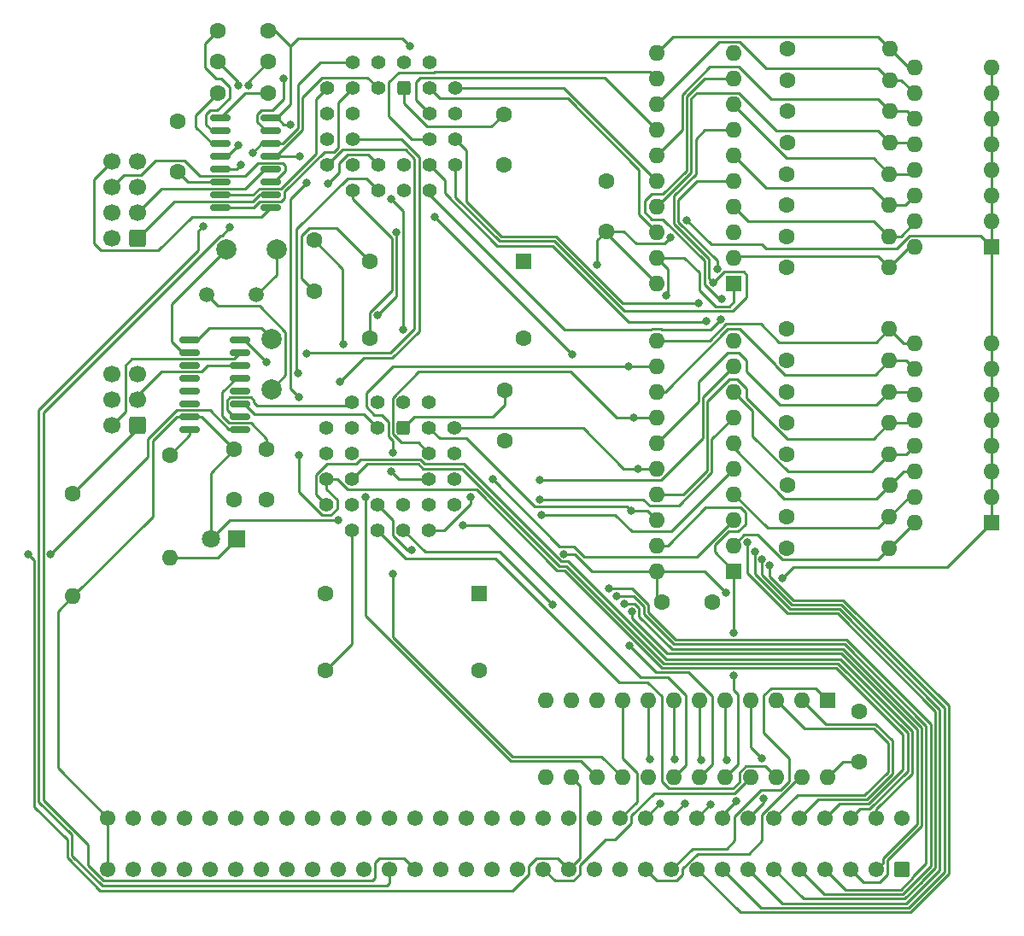
<source format=gbr>
%TF.GenerationSoftware,KiCad,Pcbnew,7.0.5*%
%TF.CreationDate,2023-11-05T11:39:24-07:00*%
%TF.ProjectId,uart_boards,75617274-5f62-46f6-9172-64732e6b6963,rev?*%
%TF.SameCoordinates,Original*%
%TF.FileFunction,Copper,L1,Top*%
%TF.FilePolarity,Positive*%
%FSLAX46Y46*%
G04 Gerber Fmt 4.6, Leading zero omitted, Abs format (unit mm)*
G04 Created by KiCad (PCBNEW 7.0.5) date 2023-11-05 11:39:24*
%MOMM*%
%LPD*%
G01*
G04 APERTURE LIST*
G04 Aperture macros list*
%AMRoundRect*
0 Rectangle with rounded corners*
0 $1 Rounding radius*
0 $2 $3 $4 $5 $6 $7 $8 $9 X,Y pos of 4 corners*
0 Add a 4 corners polygon primitive as box body*
4,1,4,$2,$3,$4,$5,$6,$7,$8,$9,$2,$3,0*
0 Add four circle primitives for the rounded corners*
1,1,$1+$1,$2,$3*
1,1,$1+$1,$4,$5*
1,1,$1+$1,$6,$7*
1,1,$1+$1,$8,$9*
0 Add four rect primitives between the rounded corners*
20,1,$1+$1,$2,$3,$4,$5,0*
20,1,$1+$1,$4,$5,$6,$7,0*
20,1,$1+$1,$6,$7,$8,$9,0*
20,1,$1+$1,$8,$9,$2,$3,0*%
G04 Aperture macros list end*
%TA.AperFunction,ComponentPad*%
%ADD10RoundRect,0.355600X-0.355600X-0.355600X0.355600X-0.355600X0.355600X0.355600X-0.355600X0.355600X0*%
%TD*%
%TA.AperFunction,ComponentPad*%
%ADD11C,1.422400*%
%TD*%
%TA.AperFunction,ComponentPad*%
%ADD12C,1.600000*%
%TD*%
%TA.AperFunction,ComponentPad*%
%ADD13R,1.600000X1.600000*%
%TD*%
%TA.AperFunction,ComponentPad*%
%ADD14O,1.600000X1.600000*%
%TD*%
%TA.AperFunction,SMDPad,CuDef*%
%ADD15RoundRect,0.150000X0.850000X0.150000X-0.850000X0.150000X-0.850000X-0.150000X0.850000X-0.150000X0*%
%TD*%
%TA.AperFunction,ComponentPad*%
%ADD16RoundRect,0.250000X0.600000X0.600000X-0.600000X0.600000X-0.600000X-0.600000X0.600000X-0.600000X0*%
%TD*%
%TA.AperFunction,ComponentPad*%
%ADD17C,1.700000*%
%TD*%
%TA.AperFunction,ComponentPad*%
%ADD18C,2.000000*%
%TD*%
%TA.AperFunction,ComponentPad*%
%ADD19C,1.550000*%
%TD*%
%TA.AperFunction,ComponentPad*%
%ADD20RoundRect,0.249999X0.525001X0.525001X-0.525001X0.525001X-0.525001X-0.525001X0.525001X-0.525001X0*%
%TD*%
%TA.AperFunction,SMDPad,CuDef*%
%ADD21RoundRect,0.150000X-0.850000X-0.150000X0.850000X-0.150000X0.850000X0.150000X-0.850000X0.150000X0*%
%TD*%
%TA.AperFunction,ComponentPad*%
%ADD22C,1.500000*%
%TD*%
%TA.AperFunction,ComponentPad*%
%ADD23R,1.800000X1.800000*%
%TD*%
%TA.AperFunction,ComponentPad*%
%ADD24C,1.800000*%
%TD*%
%TA.AperFunction,ViaPad*%
%ADD25C,0.800000*%
%TD*%
%TA.AperFunction,Conductor*%
%ADD26C,0.250000*%
%TD*%
G04 APERTURE END LIST*
D10*
%TO.P,U1,1,VCC*%
%TO.N,VCC*%
X136120000Y-58800000D03*
D11*
%TO.P,U1,2,~{RDN}*%
%TO.N,/~{R}*%
X133580000Y-56260000D03*
%TO.P,U1,3,RxD*%
%TO.N,/RX^{A}*%
X133580000Y-58800000D03*
%TO.P,U1,4,TxD*%
%TO.N,/TX^{A}*%
X131040000Y-56260000D03*
%TO.P,U1,5,MPO*%
%TO.N,/~{RTS}^{A}*%
X128500000Y-58800000D03*
%TO.P,U1,6,MPI*%
%TO.N,/~{CTS}^{A}*%
X131040000Y-58800000D03*
%TO.P,U1,7,NC*%
%TO.N,unconnected-(U1-NC-Pad7)*%
X128500000Y-61340000D03*
%TO.P,U1,8,NC*%
%TO.N,unconnected-(U1-NC-Pad8)*%
X131040000Y-61340000D03*
%TO.P,U1,9,A2*%
%TO.N,/ADDR2*%
X128500000Y-63880000D03*
%TO.P,U1,10,A1*%
%TO.N,/ADDR1*%
X131040000Y-63880000D03*
%TO.P,U1,11,A0*%
%TO.N,/ADDR0*%
X128500000Y-66420000D03*
%TO.P,U1,12,X1/CLK*%
%TO.N,Net-(U1-X1{slash}CLK)*%
X131040000Y-68960000D03*
%TO.P,U1,13,X2*%
%TO.N,unconnected-(U1-X2-Pad13)*%
X131040000Y-66420000D03*
%TO.P,U1,14,RES*%
%TO.N,/RES*%
X133580000Y-68960000D03*
%TO.P,U1,15,GND*%
%TO.N,GND*%
X133580000Y-66420000D03*
%TO.P,U1,16,~{INT}*%
%TO.N,/~{INT}^{A}*%
X136120000Y-68960000D03*
%TO.P,U1,17,~{CEN}*%
%TO.N,/~{CE}^{A}*%
X136120000Y-66420000D03*
%TO.P,U1,18,D7*%
%TO.N,/DATA7*%
X138660000Y-68960000D03*
%TO.P,U1,19,D6*%
%TO.N,/DATA6*%
X141200000Y-66420000D03*
%TO.P,U1,20,D5*%
%TO.N,/DATA5*%
X138660000Y-66420000D03*
%TO.P,U1,21,D4*%
%TO.N,/DATA4*%
X141200000Y-63880000D03*
%TO.P,U1,22,D3*%
%TO.N,/DATA3*%
X138660000Y-63880000D03*
%TO.P,U1,23,NC*%
%TO.N,unconnected-(U1-NC-Pad23)*%
X141200000Y-61340000D03*
%TO.P,U1,24,D2*%
%TO.N,/DATA2*%
X138660000Y-61340000D03*
%TO.P,U1,25,D1*%
%TO.N,/DATA1*%
X141200000Y-58800000D03*
%TO.P,U1,26,NC*%
%TO.N,unconnected-(U1-NC-Pad26)*%
X138660000Y-56260000D03*
%TO.P,U1,27,D0*%
%TO.N,/DATA0*%
X138660000Y-58800000D03*
%TO.P,U1,28,~{WRN}*%
%TO.N,/~{W}*%
X136120000Y-56260000D03*
%TD*%
D12*
%TO.P,C9,1*%
%TO.N,VCC*%
X146000000Y-61400000D03*
%TO.P,C9,2*%
%TO.N,GND*%
X146000000Y-66400000D03*
%TD*%
D13*
%TO.P,X2,1,EN*%
%TO.N,unconnected-(X2-EN-Pad1)*%
X143600000Y-108900000D03*
D12*
%TO.P,X2,7,GND*%
%TO.N,GND*%
X128360000Y-108900000D03*
%TO.P,X2,8,OUT*%
%TO.N,Net-(U2-X1{slash}CLK)*%
X128360000Y-116520000D03*
%TO.P,X2,14,Vcc*%
%TO.N,VCC*%
X143600000Y-116520000D03*
%TD*%
%TO.P,R13,1*%
%TO.N,GND*%
X174100000Y-92000000D03*
D14*
%TO.P,R13,2*%
%TO.N,Net-(U6-2A0)*%
X184260000Y-92000000D03*
%TD*%
D12*
%TO.P,R8,1*%
%TO.N,GND*%
X174120000Y-54900000D03*
D14*
%TO.P,R8,2*%
%TO.N,Net-(U5-2A3)*%
X184280000Y-54900000D03*
%TD*%
D15*
%TO.P,U7,1,~{RES}*%
%TO.N,/~{RES}*%
X119900000Y-92640000D03*
%TO.P,U7,2,TXD*%
%TO.N,/TX^{B}*%
X119900000Y-91370000D03*
%TO.P,U7,3,RXD*%
%TO.N,/RX^{B}*%
X119900000Y-90100000D03*
%TO.P,U7,4,T_LED*%
%TO.N,unconnected-(U7-T_LED-Pad4)*%
X119900000Y-88830000D03*
%TO.P,U7,5,V3*%
%TO.N,Net-(U7-V3)*%
X119900000Y-87560000D03*
%TO.P,U7,6,UD+*%
%TO.N,Net-(J2-D+)*%
X119900000Y-86290000D03*
%TO.P,U7,7,UD-*%
%TO.N,Net-(J2-D-)*%
X119900000Y-85020000D03*
%TO.P,U7,8,GND*%
%TO.N,GND*%
X119900000Y-83750000D03*
%TO.P,U7,9,X1*%
%TO.N,Net-(U7-X1)*%
X114900000Y-83750000D03*
%TO.P,U7,10,X2*%
%TO.N,Net-(U7-X2)*%
X114900000Y-85020000D03*
%TO.P,U7,11,IO2*%
%TO.N,unconnected-(U7-IO2-Pad11)*%
X114900000Y-86290000D03*
%TO.P,U7,12,IO1*%
%TO.N,unconnected-(U7-IO1-Pad12)*%
X114900000Y-87560000D03*
%TO.P,U7,13,IO4*%
%TO.N,unconnected-(U7-IO4-Pad13)*%
X114900000Y-88830000D03*
%TO.P,U7,14,IO3*%
%TO.N,unconnected-(U7-IO3-Pad14)*%
X114900000Y-90100000D03*
%TO.P,U7,15,VCC*%
%TO.N,VCC*%
X114900000Y-91370000D03*
%TO.P,U7,16,~{ACT}*%
%TO.N,Net-(U7-~{ACT})*%
X114900000Y-92640000D03*
%TD*%
D12*
%TO.P,R14,1*%
%TO.N,GND*%
X174100000Y-88900000D03*
D14*
%TO.P,R14,2*%
%TO.N,Net-(U6-2A1)*%
X184260000Y-88900000D03*
%TD*%
D12*
%TO.P,C8,1*%
%TO.N,VCC*%
X119300000Y-94600000D03*
%TO.P,C8,2*%
%TO.N,GND*%
X119300000Y-99600000D03*
%TD*%
%TO.P,C5,1*%
%TO.N,Net-(U7-V3)*%
X122500000Y-94600000D03*
%TO.P,C5,2*%
%TO.N,GND*%
X122500000Y-99600000D03*
%TD*%
%TO.P,C2,1*%
%TO.N,Net-(U3-C2+)*%
X117700000Y-56200000D03*
%TO.P,C2,2*%
%TO.N,Net-(U3-C2-)*%
X122700000Y-56200000D03*
%TD*%
%TO.P,R4,1*%
%TO.N,GND*%
X174100000Y-67300000D03*
D14*
%TO.P,R4,2*%
%TO.N,Net-(U5-1A3)*%
X184260000Y-67300000D03*
%TD*%
D16*
%TO.P,J2,1,VBUS*%
%TO.N,Net-(J2-VBUS)*%
X109726928Y-92200000D03*
D17*
%TO.P,J2,2,D-*%
%TO.N,Net-(J2-D-)*%
X107186928Y-92200000D03*
%TO.P,J2,3,D+*%
%TO.N,Net-(J2-D+)*%
X109726928Y-89660000D03*
%TO.P,J2,4,GND*%
%TO.N,GND*%
X107186928Y-89660000D03*
%TO.P,J2,5,Shield*%
X109726928Y-87120000D03*
%TO.P,J2,6*%
%TO.N,N/C*%
X107186928Y-87120000D03*
%TD*%
D12*
%TO.P,R15,1*%
%TO.N,GND*%
X174100000Y-85800000D03*
D14*
%TO.P,R15,2*%
%TO.N,Net-(U6-2A2)*%
X184260000Y-85800000D03*
%TD*%
D18*
%TO.P,C6,1*%
%TO.N,Net-(U7-X1)*%
X123007771Y-83666325D03*
%TO.P,C6,2*%
%TO.N,Net-(C6-Pad2)*%
X123007771Y-88666325D03*
%TD*%
D12*
%TO.P,C1,1*%
%TO.N,Net-(U3-C1+)*%
X122700000Y-59300000D03*
%TO.P,C1,2*%
%TO.N,Net-(U3-C1-)*%
X117700000Y-59300000D03*
%TD*%
D13*
%TO.P,SW2,1*%
%TO.N,VCC*%
X194380000Y-101875000D03*
D14*
%TO.P,SW2,2*%
X194380000Y-99335000D03*
%TO.P,SW2,3*%
X194380000Y-96795000D03*
%TO.P,SW2,4*%
X194380000Y-94255000D03*
%TO.P,SW2,5*%
X194380000Y-91715000D03*
%TO.P,SW2,6*%
X194380000Y-89175000D03*
%TO.P,SW2,7*%
X194380000Y-86635000D03*
%TO.P,SW2,8*%
X194380000Y-84095000D03*
%TO.P,SW2,9*%
%TO.N,Net-(U6-2A3)*%
X186760000Y-84095000D03*
%TO.P,SW2,10*%
%TO.N,Net-(U6-2A2)*%
X186760000Y-86635000D03*
%TO.P,SW2,11*%
%TO.N,Net-(U6-2A1)*%
X186760000Y-89175000D03*
%TO.P,SW2,12*%
%TO.N,Net-(U6-2A0)*%
X186760000Y-91715000D03*
%TO.P,SW2,13*%
%TO.N,Net-(U6-1A3)*%
X186760000Y-94255000D03*
%TO.P,SW2,14*%
%TO.N,Net-(U6-1A2)*%
X186760000Y-96795000D03*
%TO.P,SW2,15*%
%TO.N,Net-(U6-1A1)*%
X186760000Y-99335000D03*
%TO.P,SW2,16*%
%TO.N,Net-(U6-1A0)*%
X186760000Y-101875000D03*
%TD*%
D12*
%TO.P,R5,1*%
%TO.N,GND*%
X174120000Y-64200000D03*
D14*
%TO.P,R5,2*%
%TO.N,Net-(U5-2A0)*%
X184280000Y-64200000D03*
%TD*%
D12*
%TO.P,R10,1*%
%TO.N,GND*%
X174100000Y-101300000D03*
D14*
%TO.P,R10,2*%
%TO.N,Net-(U6-1A1)*%
X184260000Y-101300000D03*
%TD*%
D12*
%TO.P,R11,1*%
%TO.N,GND*%
X174120000Y-98200000D03*
D14*
%TO.P,R11,2*%
%TO.N,Net-(U6-1A2)*%
X184280000Y-98200000D03*
%TD*%
D12*
%TO.P,R3,1*%
%TO.N,GND*%
X174100000Y-70400000D03*
D14*
%TO.P,R3,2*%
%TO.N,Net-(U5-1A2)*%
X184260000Y-70400000D03*
%TD*%
D12*
%TO.P,R1,1*%
%TO.N,GND*%
X174100000Y-76600000D03*
D14*
%TO.P,R1,2*%
%TO.N,Net-(U5-1A0)*%
X184260000Y-76600000D03*
%TD*%
D12*
%TO.P,C10,1*%
%TO.N,VCC*%
X146100000Y-88800000D03*
%TO.P,C10,2*%
%TO.N,GND*%
X146100000Y-93800000D03*
%TD*%
D16*
%TO.P,J3,1,RTS*%
%TO.N,Net-(J3-RTS)*%
X109700000Y-73700000D03*
D17*
%TO.P,J3,2,RDY_Out*%
%TO.N,unconnected-(J3-RDY_Out-Pad2)*%
X107160000Y-73700000D03*
%TO.P,J3,3,D_Out*%
%TO.N,Net-(J3-D_Out)*%
X109700000Y-71160000D03*
%TO.P,J3,4,GND*%
%TO.N,GND*%
X107160000Y-71160000D03*
%TO.P,J3,5,GND*%
X109700000Y-68620000D03*
%TO.P,J3,6,D_In*%
%TO.N,Net-(J3-D_In)*%
X107160000Y-68620000D03*
%TO.P,J3,7,CD*%
%TO.N,unconnected-(J3-CD-Pad7)*%
X109700000Y-66080000D03*
%TO.P,J3,8,CTS*%
%TO.N,Net-(J3-CTS)*%
X107160000Y-66080000D03*
%TD*%
D12*
%TO.P,C14,1*%
%TO.N,VCC*%
X127200000Y-73900000D03*
%TO.P,C14,2*%
%TO.N,GND*%
X127200000Y-78900000D03*
%TD*%
D13*
%TO.P,SW1,1*%
%TO.N,VCC*%
X194380000Y-74580000D03*
D14*
%TO.P,SW1,2*%
X194380000Y-72040000D03*
%TO.P,SW1,3*%
X194380000Y-69500000D03*
%TO.P,SW1,4*%
X194380000Y-66960000D03*
%TO.P,SW1,5*%
X194380000Y-64420000D03*
%TO.P,SW1,6*%
X194380000Y-61880000D03*
%TO.P,SW1,7*%
X194380000Y-59340000D03*
%TO.P,SW1,8*%
X194380000Y-56800000D03*
%TO.P,SW1,9*%
%TO.N,Net-(U5-2A3)*%
X186760000Y-56800000D03*
%TO.P,SW1,10*%
%TO.N,Net-(U5-2A2)*%
X186760000Y-59340000D03*
%TO.P,SW1,11*%
%TO.N,Net-(U5-2A1)*%
X186760000Y-61880000D03*
%TO.P,SW1,12*%
%TO.N,Net-(U5-2A0)*%
X186760000Y-64420000D03*
%TO.P,SW1,13*%
%TO.N,Net-(U5-1A3)*%
X186760000Y-66960000D03*
%TO.P,SW1,14*%
%TO.N,Net-(U5-1A2)*%
X186760000Y-69500000D03*
%TO.P,SW1,15*%
%TO.N,Net-(U5-1A1)*%
X186760000Y-72040000D03*
%TO.P,SW1,16*%
%TO.N,Net-(U5-1A0)*%
X186760000Y-74580000D03*
%TD*%
D12*
%TO.P,R6,1*%
%TO.N,GND*%
X174120000Y-61100000D03*
D14*
%TO.P,R6,2*%
%TO.N,Net-(U5-2A1)*%
X184280000Y-61100000D03*
%TD*%
D13*
%TO.P,X1,1,EN*%
%TO.N,unconnected-(X1-EN-Pad1)*%
X148000000Y-76000000D03*
D12*
%TO.P,X1,7,GND*%
%TO.N,GND*%
X132760000Y-76000000D03*
%TO.P,X1,8,OUT*%
%TO.N,Net-(U1-X1{slash}CLK)*%
X132760000Y-83620000D03*
%TO.P,X1,14,Vcc*%
%TO.N,VCC*%
X148000000Y-83620000D03*
%TD*%
D13*
%TO.P,U4,1,I1/CLK*%
%TO.N,/IOSEL*%
X178120000Y-119500000D03*
D14*
%TO.P,U4,2,I2*%
%TO.N,/ADDR3*%
X175580000Y-119500000D03*
%TO.P,U4,3,I3*%
%TO.N,/ADDR4*%
X173040000Y-119500000D03*
%TO.P,U4,4,I4*%
%TO.N,/ADDR5*%
X170500000Y-119500000D03*
%TO.P,U4,5,I5*%
%TO.N,/ADDR6*%
X167960000Y-119500000D03*
%TO.P,U4,6,I6*%
%TO.N,/ADDR7*%
X165420000Y-119500000D03*
%TO.P,U4,7,I7*%
%TO.N,/ADDR8*%
X162880000Y-119500000D03*
%TO.P,U4,8,I8*%
%TO.N,/ADDR9*%
X160340000Y-119500000D03*
%TO.P,U4,9,I9*%
%TO.N,/ADDR10*%
X157800000Y-119500000D03*
%TO.P,U4,10,I10*%
%TO.N,/~{INT}^{A}*%
X155260000Y-119500000D03*
%TO.P,U4,11,I11*%
%TO.N,/~{INT}^{B}*%
X152720000Y-119500000D03*
%TO.P,U4,12,GND*%
%TO.N,GND*%
X150180000Y-119500000D03*
%TO.P,U4,13,~{OE}*%
%TO.N,unconnected-(U4-~{OE}-Pad13)*%
X150180000Y-127120000D03*
%TO.P,U4,14,I12*%
%TO.N,/~{RES}*%
X152720000Y-127120000D03*
%TO.P,U4,15,IO1*%
%TO.N,/~{R}*%
X155260000Y-127120000D03*
%TO.P,U4,16,IO2*%
%TO.N,/~{W}*%
X157800000Y-127120000D03*
%TO.P,U4,17,IO3*%
%TO.N,/~{CE}^{A}*%
X160340000Y-127120000D03*
%TO.P,U4,18,IO4*%
%TO.N,/~{CE}^{B}*%
X162880000Y-127120000D03*
%TO.P,U4,19,IO5*%
%TO.N,/OE^{A}*%
X165420000Y-127120000D03*
%TO.P,U4,20,IO6*%
%TO.N,/OE^{B}*%
X167960000Y-127120000D03*
%TO.P,U4,21,IO7*%
%TO.N,/~{IRQ}*%
X170500000Y-127120000D03*
%TO.P,U4,22,IO8*%
%TO.N,/RES*%
X173040000Y-127120000D03*
%TO.P,U4,23,I13*%
%TO.N,/R{slash}~{W}*%
X175580000Y-127120000D03*
%TO.P,U4,24,VCC*%
%TO.N,VCC*%
X178120000Y-127120000D03*
%TD*%
D18*
%TO.P,C7,1*%
%TO.N,Net-(U7-X2)*%
X118500000Y-74800000D03*
%TO.P,C7,2*%
%TO.N,Net-(C7-Pad2)*%
X123500000Y-74800000D03*
%TD*%
D12*
%TO.P,C3,1*%
%TO.N,VCC*%
X122700000Y-53100000D03*
%TO.P,C3,2*%
%TO.N,Net-(U3-VS+)*%
X117700000Y-53100000D03*
%TD*%
%TO.P,C12,1*%
%TO.N,VCC*%
X161700000Y-109800000D03*
%TO.P,C12,2*%
%TO.N,GND*%
X166700000Y-109800000D03*
%TD*%
%TO.P,R2,1*%
%TO.N,GND*%
X174100000Y-73500000D03*
D14*
%TO.P,R2,2*%
%TO.N,Net-(U5-1A1)*%
X184260000Y-73500000D03*
%TD*%
D13*
%TO.P,U6,1,1OE*%
%TO.N,/OE^{B}*%
X168800000Y-106680000D03*
D14*
%TO.P,U6,2,1A0*%
%TO.N,Net-(U6-1A0)*%
X168800000Y-104140000D03*
%TO.P,U6,3,2Y0*%
%TO.N,/DATA4*%
X168800000Y-101600000D03*
%TO.P,U6,4,1A1*%
%TO.N,Net-(U6-1A1)*%
X168800000Y-99060000D03*
%TO.P,U6,5,2Y1*%
%TO.N,/DATA5*%
X168800000Y-96520000D03*
%TO.P,U6,6,1A2*%
%TO.N,Net-(U6-1A2)*%
X168800000Y-93980000D03*
%TO.P,U6,7,2Y2*%
%TO.N,/DATA6*%
X168800000Y-91440000D03*
%TO.P,U6,8,1A3*%
%TO.N,Net-(U6-1A3)*%
X168800000Y-88900000D03*
%TO.P,U6,9,2Y3*%
%TO.N,/DATA7*%
X168800000Y-86360000D03*
%TO.P,U6,10,GND*%
%TO.N,GND*%
X168800000Y-83820000D03*
%TO.P,U6,11,2A3*%
%TO.N,Net-(U6-2A3)*%
X161180000Y-83820000D03*
%TO.P,U6,12,1Y3*%
%TO.N,/DATA3*%
X161180000Y-86360000D03*
%TO.P,U6,13,2A2*%
%TO.N,Net-(U6-2A2)*%
X161180000Y-88900000D03*
%TO.P,U6,14,1Y2*%
%TO.N,/DATA2*%
X161180000Y-91440000D03*
%TO.P,U6,15,2A1*%
%TO.N,Net-(U6-2A1)*%
X161180000Y-93980000D03*
%TO.P,U6,16,1Y1*%
%TO.N,/DATA1*%
X161180000Y-96520000D03*
%TO.P,U6,17,2A0*%
%TO.N,Net-(U6-2A0)*%
X161180000Y-99060000D03*
%TO.P,U6,18,1Y0*%
%TO.N,/DATA0*%
X161180000Y-101600000D03*
%TO.P,U6,19,2OE*%
%TO.N,/OE^{B}*%
X161180000Y-104140000D03*
%TO.P,U6,20,VCC*%
%TO.N,VCC*%
X161180000Y-106680000D03*
%TD*%
D12*
%TO.P,C4,1*%
%TO.N,GND*%
X113700000Y-62100000D03*
%TO.P,C4,2*%
%TO.N,Net-(U3-VS-)*%
X113700000Y-67100000D03*
%TD*%
%TO.P,R9,1*%
%TO.N,GND*%
X174100000Y-104400000D03*
D14*
%TO.P,R9,2*%
%TO.N,Net-(U6-1A0)*%
X184260000Y-104400000D03*
%TD*%
D12*
%TO.P,C13,1*%
%TO.N,VCC*%
X156200000Y-73000000D03*
%TO.P,C13,2*%
%TO.N,GND*%
X156200000Y-68000000D03*
%TD*%
D19*
%TO.P,J1,1,GND*%
%TO.N,GND*%
X185520000Y-131200000D03*
%TO.P,J1,2,A0*%
%TO.N,/ADDR0*%
X182980000Y-131200000D03*
%TO.P,J1,3,A1*%
%TO.N,/ADDR1*%
X180440000Y-131200000D03*
%TO.P,J1,4,A2*%
%TO.N,/ADDR2*%
X177900000Y-131200000D03*
%TO.P,J1,5,A3*%
%TO.N,/ADDR3*%
X175360000Y-131200000D03*
%TO.P,J1,6,A4*%
%TO.N,/ADDR4*%
X172820000Y-131200000D03*
%TO.P,J1,7,A5*%
%TO.N,/ADDR5*%
X170280000Y-131200000D03*
%TO.P,J1,8,A6*%
%TO.N,/ADDR6*%
X167740000Y-131200000D03*
%TO.P,J1,9,A7*%
%TO.N,/ADDR7*%
X165200000Y-131200000D03*
%TO.P,J1,10,A8*%
%TO.N,/ADDR8*%
X162660000Y-131200000D03*
%TO.P,J1,11,A9*%
%TO.N,/ADDR9*%
X160120000Y-131200000D03*
%TO.P,J1,12,A10*%
%TO.N,/ADDR10*%
X157580000Y-131200000D03*
%TO.P,J1,13,A11*%
%TO.N,unconnected-(J1-A11-Pad13)*%
X155040000Y-131200000D03*
%TO.P,J1,14,A12*%
%TO.N,unconnected-(J1-A12-Pad14)*%
X152500000Y-131200000D03*
%TO.P,J1,15,A13*%
%TO.N,unconnected-(J1-A13-Pad15)*%
X149960000Y-131200000D03*
%TO.P,J1,16,A14*%
%TO.N,unconnected-(J1-A14-Pad16)*%
X147420000Y-131200000D03*
%TO.P,J1,17,A15*%
%TO.N,unconnected-(J1-A15-Pad17)*%
X144880000Y-131200000D03*
%TO.P,J1,18,A16*%
%TO.N,unconnected-(J1-A16-Pad18)*%
X142340000Y-131200000D03*
%TO.P,J1,19,A17*%
%TO.N,unconnected-(J1-A17-Pad19)*%
X139800000Y-131200000D03*
%TO.P,J1,20,A18*%
%TO.N,unconnected-(J1-A18-Pad20)*%
X137260000Y-131200000D03*
%TO.P,J1,21,A19*%
%TO.N,unconnected-(J1-A19-Pad21)*%
X134720000Y-131200000D03*
%TO.P,J1,22*%
%TO.N,unconnected-(J1-Pad22)*%
X132180000Y-131200000D03*
%TO.P,J1,23*%
%TO.N,unconnected-(J1-Pad23)*%
X129640000Y-131200000D03*
%TO.P,J1,24*%
%TO.N,unconnected-(J1-Pad24)*%
X127100000Y-131200000D03*
%TO.P,J1,25*%
%TO.N,unconnected-(J1-Pad25)*%
X124560000Y-131200000D03*
%TO.P,J1,26*%
%TO.N,unconnected-(J1-Pad26)*%
X122020000Y-131200000D03*
%TO.P,J1,27*%
%TO.N,unconnected-(J1-Pad27)*%
X119480000Y-131200000D03*
%TO.P,J1,28*%
%TO.N,unconnected-(J1-Pad28)*%
X116940000Y-131200000D03*
%TO.P,J1,29*%
%TO.N,unconnected-(J1-Pad29)*%
X114400000Y-131200000D03*
%TO.P,J1,30*%
%TO.N,unconnected-(J1-Pad30)*%
X111860000Y-131200000D03*
%TO.P,J1,31*%
%TO.N,unconnected-(J1-Pad31)*%
X109320000Y-131200000D03*
%TO.P,J1,32,VCC*%
%TO.N,VCC*%
X106780000Y-131200000D03*
%TO.P,J1,33,VCC*%
X106780000Y-136280000D03*
%TO.P,J1,34*%
%TO.N,unconnected-(J1-Pad34)*%
X109320000Y-136280000D03*
%TO.P,J1,35*%
%TO.N,unconnected-(J1-Pad35)*%
X111860000Y-136280000D03*
%TO.P,J1,36,i^{2}C^{SDA}*%
%TO.N,unconnected-(J1-i^{2}C^{SDA}-Pad36)*%
X114400000Y-136280000D03*
%TO.P,J1,37,i^{2}C^{SCL}*%
%TO.N,unconnected-(J1-i^{2}C^{SCL}-Pad37)*%
X116940000Y-136280000D03*
%TO.P,J1,38,SPI^{~{CS}A2}*%
%TO.N,unconnected-(J1-SPI^{~{CS}A2}-Pad38)*%
X119480000Y-136280000D03*
%TO.P,J1,39,SPI^{~{CS}A1}*%
%TO.N,unconnected-(J1-SPI^{~{CS}A1}-Pad39)*%
X122020000Y-136280000D03*
%TO.P,J1,40,SPI^{~{CS}A0}*%
%TO.N,unconnected-(J1-SPI^{~{CS}A0}-Pad40)*%
X124560000Y-136280000D03*
%TO.P,J1,41,SPI^{CLK}*%
%TO.N,unconnected-(J1-SPI^{CLK}-Pad41)*%
X127100000Y-136280000D03*
%TO.P,J1,42,SPI^{MISO}*%
%TO.N,unconnected-(J1-SPI^{MISO}-Pad42)*%
X129640000Y-136280000D03*
%TO.P,J1,43,SPI^{MOSI}*%
%TO.N,unconnected-(J1-SPI^{MOSI}-Pad43)*%
X132180000Y-136280000D03*
%TO.P,J1,44,CON^{TX}*%
%TO.N,/TX^{A}*%
X134720000Y-136280000D03*
%TO.P,J1,45,CON^{RX}*%
%TO.N,/RX^{A}*%
X137260000Y-136280000D03*
%TO.P,J1,46,B^{STAT}*%
%TO.N,unconnected-(J1-B^{STAT}-Pad46)*%
X139800000Y-136280000D03*
%TO.P,J1,47,B^{AVAIL}*%
%TO.N,unconnected-(J1-B^{AVAIL}-Pad47)*%
X142340000Y-136280000D03*
%TO.P,J1,48,~{NMI}*%
%TO.N,unconnected-(J1-~{NMI}-Pad48)*%
X144880000Y-136280000D03*
%TO.P,J1,49,~{FIRQ}*%
%TO.N,unconnected-(J1-~{FIRQ}-Pad49)*%
X147420000Y-136280000D03*
%TO.P,J1,50,~{IRQ}*%
%TO.N,/~{IRQ}*%
X149960000Y-136280000D03*
%TO.P,J1,51,~{RESET}*%
%TO.N,/~{RES}*%
X152500000Y-136280000D03*
%TO.P,J1,52,~{HALT}*%
%TO.N,unconnected-(J1-~{HALT}-Pad52)*%
X155040000Y-136280000D03*
%TO.P,J1,53,CLK^{MCU}*%
%TO.N,unconnected-(J1-CLK^{MCU}-Pad53)*%
X157580000Y-136280000D03*
%TO.P,J1,54,R/~{W}*%
%TO.N,/R{slash}~{W}*%
X160120000Y-136280000D03*
%TO.P,J1,55,IOSEL*%
%TO.N,/IOSEL*%
X162660000Y-136280000D03*
%TO.P,J1,56,D7*%
%TO.N,/DATA7*%
X165200000Y-136280000D03*
%TO.P,J1,57,D6*%
%TO.N,/DATA6*%
X167740000Y-136280000D03*
%TO.P,J1,58,D5*%
%TO.N,/DATA5*%
X170280000Y-136280000D03*
%TO.P,J1,59,D4*%
%TO.N,/DATA4*%
X172820000Y-136280000D03*
%TO.P,J1,60,D3*%
%TO.N,/DATA3*%
X175360000Y-136280000D03*
%TO.P,J1,61,D2*%
%TO.N,/DATA2*%
X177900000Y-136280000D03*
%TO.P,J1,62,D1*%
%TO.N,/DATA1*%
X180440000Y-136280000D03*
%TO.P,J1,63,D0*%
%TO.N,/DATA0*%
X182980000Y-136280000D03*
D20*
%TO.P,J1,64,GND*%
%TO.N,GND*%
X185520000Y-136280000D03*
%TD*%
D12*
%TO.P,R12,1*%
%TO.N,GND*%
X174100000Y-95100000D03*
D14*
%TO.P,R12,2*%
%TO.N,Net-(U6-1A3)*%
X184260000Y-95100000D03*
%TD*%
D21*
%TO.P,U3,1,C1+*%
%TO.N,Net-(U3-C1+)*%
X117900000Y-61790000D03*
%TO.P,U3,2,VS+*%
%TO.N,Net-(U3-VS+)*%
X117900000Y-63060000D03*
%TO.P,U3,3,C1-*%
%TO.N,Net-(U3-C1-)*%
X117900000Y-64330000D03*
%TO.P,U3,4,C2+*%
%TO.N,Net-(U3-C2+)*%
X117900000Y-65600000D03*
%TO.P,U3,5,C2-*%
%TO.N,Net-(U3-C2-)*%
X117900000Y-66870000D03*
%TO.P,U3,6,VS-*%
%TO.N,Net-(U3-VS-)*%
X117900000Y-68140000D03*
%TO.P,U3,7,T2OUT*%
%TO.N,/~{RTS}^{A}*%
X117900000Y-69410000D03*
%TO.P,U3,8,R2IN*%
%TO.N,/~{CTS}^{A}*%
X117900000Y-70680000D03*
%TO.P,U3,9,R2OUT*%
%TO.N,Net-(J3-CTS)*%
X122900000Y-70680000D03*
%TO.P,U3,10,T2IN*%
%TO.N,Net-(J3-RTS)*%
X122900000Y-69410000D03*
%TO.P,U3,11,T1IN*%
%TO.N,Net-(J3-D_In)*%
X122900000Y-68140000D03*
%TO.P,U3,12,R1OUT*%
%TO.N,Net-(J3-D_Out)*%
X122900000Y-66870000D03*
%TO.P,U3,13,R1IN*%
%TO.N,/RX^{A}*%
X122900000Y-65600000D03*
%TO.P,U3,14,T1OUT*%
%TO.N,/TX^{A}*%
X122900000Y-64330000D03*
%TO.P,U3,15,GND*%
%TO.N,GND*%
X122900000Y-63060000D03*
%TO.P,U3,16,VCC*%
%TO.N,VCC*%
X122900000Y-61790000D03*
%TD*%
D13*
%TO.P,U5,1,1OE*%
%TO.N,/OE^{A}*%
X168820000Y-78180000D03*
D14*
%TO.P,U5,2,1A0*%
%TO.N,Net-(U5-1A0)*%
X168820000Y-75640000D03*
%TO.P,U5,3,2Y0*%
%TO.N,/DATA4*%
X168820000Y-73100000D03*
%TO.P,U5,4,1A1*%
%TO.N,Net-(U5-1A1)*%
X168820000Y-70560000D03*
%TO.P,U5,5,2Y1*%
%TO.N,/DATA5*%
X168820000Y-68020000D03*
%TO.P,U5,6,1A2*%
%TO.N,Net-(U5-1A2)*%
X168820000Y-65480000D03*
%TO.P,U5,7,2Y2*%
%TO.N,/DATA6*%
X168820000Y-62940000D03*
%TO.P,U5,8,1A3*%
%TO.N,Net-(U5-1A3)*%
X168820000Y-60400000D03*
%TO.P,U5,9,2Y3*%
%TO.N,/DATA7*%
X168820000Y-57860000D03*
%TO.P,U5,10,GND*%
%TO.N,GND*%
X168820000Y-55320000D03*
%TO.P,U5,11,2A3*%
%TO.N,Net-(U5-2A3)*%
X161200000Y-55320000D03*
%TO.P,U5,12,1Y3*%
%TO.N,/DATA3*%
X161200000Y-57860000D03*
%TO.P,U5,13,2A2*%
%TO.N,Net-(U5-2A2)*%
X161200000Y-60400000D03*
%TO.P,U5,14,1Y2*%
%TO.N,/DATA2*%
X161200000Y-62940000D03*
%TO.P,U5,15,2A1*%
%TO.N,Net-(U5-2A1)*%
X161200000Y-65480000D03*
%TO.P,U5,16,1Y1*%
%TO.N,/DATA1*%
X161200000Y-68020000D03*
%TO.P,U5,17,2A0*%
%TO.N,Net-(U5-2A0)*%
X161200000Y-70560000D03*
%TO.P,U5,18,1Y0*%
%TO.N,/DATA0*%
X161200000Y-73100000D03*
%TO.P,U5,19,2OE*%
%TO.N,/OE^{A}*%
X161200000Y-75640000D03*
%TO.P,U5,20,VCC*%
%TO.N,VCC*%
X161200000Y-78180000D03*
%TD*%
D12*
%TO.P,R18,1*%
%TO.N,Net-(J2-VBUS)*%
X103300000Y-99000000D03*
D14*
%TO.P,R18,2*%
%TO.N,VCC*%
X103300000Y-109160000D03*
%TD*%
D10*
%TO.P,U2,1,VCC*%
%TO.N,VCC*%
X136070000Y-92490000D03*
D11*
%TO.P,U2,2,~{RDN}*%
%TO.N,/~{R}*%
X133530000Y-89950000D03*
%TO.P,U2,3,RxD*%
%TO.N,/RX^{B}*%
X133530000Y-92490000D03*
%TO.P,U2,4,TxD*%
%TO.N,/TX^{B}*%
X130990000Y-89950000D03*
%TO.P,U2,5,MPO*%
%TO.N,/~{RTS}^{B}*%
X128450000Y-92490000D03*
%TO.P,U2,6,MPI*%
%TO.N,/~{CTS}^{B}*%
X130990000Y-92490000D03*
%TO.P,U2,7,NC*%
%TO.N,unconnected-(U2-NC-Pad7)*%
X128450000Y-95030000D03*
%TO.P,U2,8,NC*%
%TO.N,unconnected-(U2-NC-Pad8)*%
X130990000Y-95030000D03*
%TO.P,U2,9,A2*%
%TO.N,/ADDR2*%
X128450000Y-97570000D03*
%TO.P,U2,10,A1*%
%TO.N,/ADDR1*%
X130990000Y-97570000D03*
%TO.P,U2,11,A0*%
%TO.N,/ADDR0*%
X128450000Y-100110000D03*
%TO.P,U2,12,X1/CLK*%
%TO.N,Net-(U2-X1{slash}CLK)*%
X130990000Y-102650000D03*
%TO.P,U2,13,X2*%
%TO.N,unconnected-(U2-X2-Pad13)*%
X130990000Y-100110000D03*
%TO.P,U2,14,RES*%
%TO.N,/RES*%
X133530000Y-102650000D03*
%TO.P,U2,15,GND*%
%TO.N,GND*%
X133530000Y-100110000D03*
%TO.P,U2,16,~{INT}*%
%TO.N,/~{INT}^{B}*%
X136070000Y-102650000D03*
%TO.P,U2,17,~{CEN}*%
%TO.N,/~{CE}^{B}*%
X136070000Y-100110000D03*
%TO.P,U2,18,D7*%
%TO.N,/DATA7*%
X138610000Y-102650000D03*
%TO.P,U2,19,D6*%
%TO.N,/DATA6*%
X141150000Y-100110000D03*
%TO.P,U2,20,D5*%
%TO.N,/DATA5*%
X138610000Y-100110000D03*
%TO.P,U2,21,D4*%
%TO.N,/DATA4*%
X141150000Y-97570000D03*
%TO.P,U2,22,D3*%
%TO.N,/DATA3*%
X138610000Y-97570000D03*
%TO.P,U2,23,NC*%
%TO.N,unconnected-(U2-NC-Pad23)*%
X141150000Y-95030000D03*
%TO.P,U2,24,D2*%
%TO.N,/DATA2*%
X138610000Y-95030000D03*
%TO.P,U2,25,D1*%
%TO.N,/DATA1*%
X141150000Y-92490000D03*
%TO.P,U2,26,NC*%
%TO.N,unconnected-(U2-NC-Pad26)*%
X138610000Y-89950000D03*
%TO.P,U2,27,D0*%
%TO.N,/DATA0*%
X138610000Y-92490000D03*
%TO.P,U2,28,~{WRN}*%
%TO.N,/~{W}*%
X136070000Y-89950000D03*
%TD*%
D12*
%TO.P,R7,1*%
%TO.N,GND*%
X174120000Y-58000000D03*
D14*
%TO.P,R7,2*%
%TO.N,Net-(U5-2A2)*%
X184280000Y-58000000D03*
%TD*%
D22*
%TO.P,Y1,1,1*%
%TO.N,Net-(C7-Pad2)*%
X121500000Y-79300000D03*
%TO.P,Y1,2,2*%
%TO.N,Net-(C6-Pad2)*%
X116600000Y-79300000D03*
%TD*%
D12*
%TO.P,R16,1*%
%TO.N,GND*%
X174100000Y-82700000D03*
D14*
%TO.P,R16,2*%
%TO.N,Net-(U6-2A3)*%
X184260000Y-82700000D03*
%TD*%
D12*
%TO.P,R17,1*%
%TO.N,Net-(U7-~{ACT})*%
X112900000Y-95200000D03*
D14*
%TO.P,R17,2*%
%TO.N,Net-(D1-K)*%
X112900000Y-105360000D03*
%TD*%
D23*
%TO.P,D1,1,K*%
%TO.N,Net-(D1-K)*%
X119500000Y-103500000D03*
D24*
%TO.P,D1,2,A*%
%TO.N,VCC*%
X116960000Y-103500000D03*
%TD*%
D12*
%TO.P,C11,1*%
%TO.N,VCC*%
X181260000Y-125600000D03*
%TO.P,C11,2*%
%TO.N,GND*%
X181260000Y-120600000D03*
%TD*%
D25*
%TO.N,Net-(U3-C2+)*%
X119700500Y-64469800D03*
X119700000Y-58500000D03*
%TO.N,Net-(U3-C2-)*%
X120700000Y-58500000D03*
X120000000Y-66400000D03*
%TO.N,VCC*%
X173624500Y-107406755D03*
X164189197Y-71910814D03*
X130100000Y-84200000D03*
X168075500Y-108800000D03*
X155300000Y-76300000D03*
X136700000Y-54600000D03*
X129603800Y-101596200D03*
X152000000Y-105000000D03*
X162565697Y-73609305D03*
X124900000Y-62400000D03*
%TO.N,GND*%
X124175500Y-57900000D03*
X128586799Y-68286799D03*
X136900000Y-104600000D03*
X122500000Y-86000000D03*
%TO.N,/ADDR2*%
X126475500Y-68200000D03*
X125700000Y-95200000D03*
X125700000Y-89400000D03*
%TO.N,/ADDR1*%
X129800000Y-87900000D03*
%TO.N,/ADDR0*%
X126500000Y-85100000D03*
%TO.N,/RES*%
X125624500Y-87100000D03*
%TO.N,/~{CE}^{A}*%
X152800000Y-85200000D03*
X139200000Y-71600000D03*
%TO.N,/DATA7*%
X167524500Y-81700000D03*
X142700000Y-99385929D03*
X149600000Y-97645000D03*
X172408791Y-106157699D03*
X167600000Y-79700500D03*
%TO.N,/DATA6*%
X171641408Y-105517286D03*
X149562299Y-99575500D03*
X166800000Y-78100000D03*
%TO.N,/DATA5*%
X149800000Y-101100000D03*
X167174113Y-76701288D03*
X166075500Y-81916693D03*
X170916908Y-104774428D03*
%TO.N,/DATA4*%
X170192408Y-103872223D03*
X165351000Y-80150500D03*
X144900000Y-97575500D03*
%TO.N,/DATA3*%
X158430500Y-86400000D03*
X156412299Y-108387701D03*
X135000000Y-94910971D03*
X134864930Y-96810471D03*
%TO.N,/DATA2*%
X158880500Y-91440000D03*
X157212775Y-109188741D03*
%TO.N,/DATA1*%
X157937275Y-109913359D03*
X159330500Y-96520000D03*
%TO.N,/DATA0*%
X158665225Y-100700000D03*
X158712299Y-110687701D03*
%TO.N,/~{INT}^{B}*%
X150862299Y-110037701D03*
%TO.N,/~{CE}^{B}*%
X142000000Y-102100000D03*
%TO.N,/ADDR5*%
X171600000Y-125270500D03*
X171800000Y-129200000D03*
%TO.N,/ADDR6*%
X168100000Y-125400000D03*
X169100000Y-129500000D03*
%TO.N,/ADDR7*%
X165600000Y-125400000D03*
X166500000Y-129800000D03*
%TO.N,/ADDR8*%
X164000000Y-129700000D03*
X163000000Y-125300000D03*
%TO.N,/ADDR9*%
X160500000Y-125300000D03*
X161500000Y-129700000D03*
%TO.N,/~{RES}*%
X98900000Y-105000000D03*
X101099500Y-105000000D03*
%TO.N,/OE^{A}*%
X158463604Y-114060994D03*
X162100000Y-79400000D03*
%TO.N,/OE^{B}*%
X168800000Y-117015668D03*
X168800000Y-112775500D03*
%TO.N,/RX^{A}*%
X118900000Y-72600000D03*
X125800000Y-65600000D03*
%TO.N,/TX^{A}*%
X116200000Y-72500000D03*
X121150000Y-65200000D03*
%TO.N,/~{R}*%
X132300000Y-99330700D03*
X133507604Y-81307604D03*
X135345002Y-73100000D03*
%TO.N,/~{W}*%
X134900000Y-69800000D03*
X136069502Y-82769502D03*
X135066317Y-106978276D03*
%TD*%
D26*
%TO.N,Net-(J3-D_In)*%
X111466701Y-65975000D02*
X110041701Y-67400000D01*
X108380000Y-67400000D02*
X107160000Y-68620000D01*
X114365000Y-65975000D02*
X111466701Y-65975000D01*
X115894998Y-67504998D02*
X114365000Y-65975000D01*
X110041701Y-67400000D02*
X108380000Y-67400000D01*
%TO.N,Net-(J3-CTS)*%
X105400000Y-67840000D02*
X107160000Y-66080000D01*
X111750000Y-74900000D02*
X106100000Y-74900000D01*
%TO.N,Net-(J3-D_Out)*%
X112079425Y-68780575D02*
X109700000Y-71160000D01*
X120419425Y-68780575D02*
X112079425Y-68780575D01*
X122330000Y-66870000D02*
X120419425Y-68780575D01*
X122900000Y-66870000D02*
X122330000Y-66870000D01*
%TO.N,Net-(J3-RTS)*%
X121790000Y-69410000D02*
X122900000Y-69410000D01*
X121155812Y-70044188D02*
X121790000Y-69410000D01*
%TO.N,Net-(J3-CTS)*%
X106100000Y-74900000D02*
X105400000Y-74200000D01*
%TO.N,Net-(J3-RTS)*%
X113355812Y-70044188D02*
X121155812Y-70044188D01*
%TO.N,Net-(J3-CTS)*%
X105400000Y-74200000D02*
X105400000Y-67840000D01*
%TO.N,Net-(J3-RTS)*%
X109700000Y-73700000D02*
X113355812Y-70044188D01*
%TO.N,Net-(J3-CTS)*%
X122900000Y-70680000D02*
X122030000Y-71550000D01*
X122030000Y-71550000D02*
X115100000Y-71550000D01*
X115100000Y-71550000D02*
X111750000Y-74900000D01*
%TO.N,Net-(J3-D_In)*%
X120395002Y-67504998D02*
X115894998Y-67504998D01*
X121661949Y-66238051D02*
X120395002Y-67504998D01*
X124138051Y-66238051D02*
X121661949Y-66238051D01*
X124400000Y-66500000D02*
X124138051Y-66238051D01*
X123301751Y-68140000D02*
X124400000Y-67041751D01*
X124400000Y-67041751D02*
X124400000Y-66500000D01*
X122900000Y-68140000D02*
X123301751Y-68140000D01*
%TO.N,/TX^{A}*%
X134720000Y-137580000D02*
X134720000Y-136280000D01*
X134400000Y-137900000D02*
X134720000Y-137580000D01*
X99925000Y-129561396D02*
X103181802Y-132818198D01*
X99925000Y-90738604D02*
X99925000Y-129561396D01*
X106207969Y-137900000D02*
X134400000Y-137900000D01*
X115750000Y-74913604D02*
X99925000Y-90738604D01*
X115750000Y-72950000D02*
X115750000Y-74913604D01*
X116200000Y-72500000D02*
X115750000Y-72950000D01*
X103181802Y-132818198D02*
X103181802Y-134873833D01*
X103181802Y-134873833D02*
X106207969Y-137900000D01*
%TO.N,/RX^{A}*%
X136160000Y-135180000D02*
X137260000Y-136280000D01*
X133675635Y-135180000D02*
X136160000Y-135180000D01*
X133280000Y-135575635D02*
X133675635Y-135180000D01*
X133280000Y-137120000D02*
X133280000Y-135575635D01*
X133020000Y-137380000D02*
X133280000Y-137120000D01*
X104800000Y-135855635D02*
X106324365Y-137380000D01*
X104800000Y-133800000D02*
X104800000Y-135855635D01*
X100375000Y-129375000D02*
X104800000Y-133800000D01*
X106324365Y-137380000D02*
X133020000Y-137380000D01*
X117900000Y-73400000D02*
X100375000Y-90925000D01*
X100375000Y-90925000D02*
X100375000Y-129375000D01*
X118100000Y-73400000D02*
X117900000Y-73400000D01*
X118900000Y-72600000D02*
X118100000Y-73400000D01*
%TO.N,Net-(J2-D+)*%
X109726928Y-89294718D02*
X109726928Y-89660000D01*
X112100000Y-86921646D02*
X109726928Y-89294718D01*
X116021491Y-86921646D02*
X112100000Y-86921646D01*
X116653137Y-86290000D02*
X116021491Y-86921646D01*
X119900000Y-86290000D02*
X116653137Y-86290000D01*
%TO.N,Net-(J2-D-)*%
X108500000Y-90886928D02*
X107186928Y-92200000D01*
X108500000Y-86300000D02*
X108500000Y-90886928D01*
X109155000Y-85645000D02*
X108500000Y-86300000D01*
X119275000Y-85645000D02*
X109155000Y-85645000D01*
X119900000Y-85020000D02*
X119275000Y-85645000D01*
%TO.N,Net-(J2-VBUS)*%
X109726928Y-92573072D02*
X109726928Y-92200000D01*
X103300000Y-99000000D02*
X109726928Y-92573072D01*
%TO.N,/~{RES}*%
X113629006Y-90734598D02*
X116898202Y-90734598D01*
X116898202Y-90734598D02*
X118803604Y-92640000D01*
X110750000Y-93613604D02*
X113629006Y-90734598D01*
X118803604Y-92640000D02*
X119900000Y-92640000D01*
X101099500Y-105000000D02*
X110750000Y-95349500D01*
X110750000Y-95349500D02*
X110750000Y-93613604D01*
X151400000Y-135180000D02*
X152500000Y-136280000D01*
X148520000Y-135880000D02*
X149220000Y-135180000D01*
X148520000Y-136735635D02*
X148520000Y-135880000D01*
X146905635Y-138350000D02*
X148520000Y-136735635D01*
X106021573Y-138350000D02*
X146905635Y-138350000D01*
X102731802Y-133300000D02*
X102731802Y-135060229D01*
X99475000Y-130043198D02*
X102731802Y-133300000D01*
X102731802Y-135060229D02*
X106021573Y-138350000D01*
X99475000Y-105575000D02*
X99475000Y-130043198D01*
X149220000Y-135180000D02*
X151400000Y-135180000D01*
X98900000Y-105000000D02*
X99475000Y-105575000D01*
%TO.N,VCC*%
X111200000Y-101260000D02*
X103300000Y-109160000D01*
X111200000Y-93800000D02*
X111200000Y-101260000D01*
X113630000Y-91370000D02*
X111200000Y-93800000D01*
X114900000Y-91370000D02*
X113630000Y-91370000D01*
X101800000Y-126220000D02*
X106780000Y-131200000D01*
X103300000Y-109160000D02*
X101800000Y-110660000D01*
X101800000Y-110660000D02*
X101800000Y-126220000D01*
%TO.N,Net-(U3-VS-)*%
X117900000Y-68140000D02*
X114740000Y-68140000D01*
X114740000Y-68140000D02*
X113700000Y-67100000D01*
%TO.N,VCC*%
X123340991Y-53100000D02*
X122700000Y-53100000D01*
X124900000Y-54659009D02*
X123340991Y-53100000D01*
X124900000Y-60400000D02*
X124900000Y-54659009D01*
X123510000Y-61790000D02*
X124900000Y-60400000D01*
X122900000Y-61790000D02*
X123510000Y-61790000D01*
%TO.N,Net-(U3-VS+)*%
X116400000Y-56800000D02*
X116400000Y-54400000D01*
X117500000Y-57900000D02*
X116400000Y-56800000D01*
X118000000Y-57900000D02*
X117500000Y-57900000D01*
X118826802Y-58726802D02*
X118000000Y-57900000D01*
X118826802Y-59764189D02*
X118826802Y-58726802D01*
X117590991Y-61000000D02*
X118826802Y-59764189D01*
X116900000Y-61000000D02*
X117590991Y-61000000D01*
X116500000Y-61400000D02*
X116900000Y-61000000D01*
X116500000Y-62400000D02*
X116500000Y-61400000D01*
X117160000Y-63060000D02*
X116500000Y-62400000D01*
X117900000Y-63060000D02*
X117160000Y-63060000D01*
X116400000Y-54400000D02*
X117700000Y-53100000D01*
%TO.N,VCC*%
X124900000Y-54659009D02*
X125659009Y-53900000D01*
X125659009Y-53900000D02*
X136000000Y-53900000D01*
X136000000Y-53900000D02*
X136700000Y-54600000D01*
X194380000Y-74580000D02*
X194380000Y-84095000D01*
X193255000Y-73455000D02*
X194380000Y-74580000D01*
%TO.N,Net-(D1-K)*%
X117640000Y-105360000D02*
X112900000Y-105360000D01*
X119500000Y-103500000D02*
X117640000Y-105360000D01*
%TO.N,Net-(U7-~{ACT})*%
X114900000Y-93200000D02*
X112900000Y-95200000D01*
X114900000Y-92640000D02*
X114900000Y-93200000D01*
%TO.N,/DATA3*%
X160540000Y-57200000D02*
X161200000Y-57860000D01*
X135690792Y-57296200D02*
X139089209Y-57296200D01*
X139185409Y-57200000D02*
X160540000Y-57200000D01*
X134616200Y-58231400D02*
X135621096Y-57226504D01*
X135621096Y-57226504D02*
X135690792Y-57296200D01*
X134616200Y-61616200D02*
X134616200Y-58231400D01*
X136880000Y-63880000D02*
X134616200Y-61616200D01*
X139089209Y-57296200D02*
X139185409Y-57200000D01*
X138660000Y-63880000D02*
X136880000Y-63880000D01*
%TO.N,/DATA6*%
X165050000Y-67346396D02*
X165050000Y-63850000D01*
X166350000Y-75732613D02*
X162900000Y-72282613D01*
X165050000Y-63850000D02*
X165960000Y-62940000D01*
X165960000Y-62940000D02*
X168820000Y-62940000D01*
X166350000Y-77650000D02*
X166350000Y-75732613D01*
X162900000Y-72282613D02*
X162900000Y-69496396D01*
X166800000Y-78100000D02*
X166350000Y-77650000D01*
X162900000Y-69496396D02*
X165050000Y-67346396D01*
%TO.N,/DATA7*%
X165912792Y-57860000D02*
X168820000Y-57860000D01*
X164150000Y-59622792D02*
X165912792Y-57860000D01*
X161823604Y-69300000D02*
X164150000Y-66973604D01*
X160700000Y-69300000D02*
X161823604Y-69300000D01*
X160724505Y-71800000D02*
X160000000Y-71075495D01*
X165900000Y-75919009D02*
X161780991Y-71800000D01*
X161780991Y-71800000D02*
X160724505Y-71800000D01*
X165900000Y-78225305D02*
X165900000Y-75919009D01*
X167375195Y-79700500D02*
X165900000Y-78225305D01*
X160000000Y-71075495D02*
X160000000Y-70000000D01*
X164150000Y-66973604D02*
X164150000Y-59622792D01*
X160000000Y-70000000D02*
X160700000Y-69300000D01*
X167600000Y-79700500D02*
X167375195Y-79700500D01*
%TO.N,/OE^{A}*%
X168375000Y-80425000D02*
X168820000Y-79980000D01*
X166999695Y-80425000D02*
X168375000Y-80425000D01*
X165400000Y-78825305D02*
X166999695Y-80425000D01*
X165400000Y-77100000D02*
X165400000Y-78825305D01*
X163940000Y-75640000D02*
X165400000Y-77100000D01*
X168820000Y-79980000D02*
X168820000Y-78180000D01*
X161200000Y-75640000D02*
X163940000Y-75640000D01*
%TO.N,/DATA6*%
X141200000Y-69600000D02*
X141200000Y-66420000D01*
X145575000Y-73975000D02*
X141200000Y-69600000D01*
X151047792Y-73975000D02*
X145575000Y-73975000D01*
X170100000Y-77300000D02*
X170100000Y-79500000D01*
X169800000Y-77000000D02*
X170100000Y-77300000D01*
X167900000Y-77000000D02*
X169800000Y-77000000D01*
X170100000Y-79500000D02*
X168700000Y-80900000D01*
X166800000Y-78100000D02*
X167900000Y-77000000D01*
X168700000Y-80900000D02*
X157972792Y-80900000D01*
X157972792Y-80900000D02*
X151047792Y-73975000D01*
%TO.N,/DATA7*%
X152025000Y-82725000D02*
X138660000Y-69360000D01*
X160714009Y-82695000D02*
X160684009Y-82725000D01*
X166499500Y-82725000D02*
X161675991Y-82725000D01*
X161675991Y-82725000D02*
X161645991Y-82695000D01*
X160684009Y-82725000D02*
X152025000Y-82725000D01*
X167524500Y-81700000D02*
X166499500Y-82725000D01*
X138660000Y-69360000D02*
X138660000Y-68960000D01*
X161645991Y-82695000D02*
X160714009Y-82695000D01*
%TO.N,/DATA4*%
X175720000Y-139180000D02*
X172820000Y-136280000D01*
X185755965Y-139180000D02*
X175720000Y-139180000D01*
X187520000Y-137415965D02*
X185755965Y-139180000D01*
X187520000Y-137352792D02*
X187520000Y-137415965D01*
X188800000Y-120589188D02*
X188800000Y-136072792D01*
X174183252Y-110900000D02*
X179110812Y-110900000D01*
X170192408Y-106909156D02*
X174183252Y-110900000D01*
X179110812Y-110900000D02*
X188800000Y-120589188D01*
X188800000Y-136072792D02*
X187520000Y-137352792D01*
X170192408Y-103872223D02*
X170192408Y-106909156D01*
%TO.N,Net-(U6-1A0)*%
X169840000Y-103100000D02*
X168800000Y-104140000D01*
X173625000Y-105525000D02*
X171200000Y-103100000D01*
X171200000Y-103100000D02*
X169840000Y-103100000D01*
X184260000Y-104400000D02*
X183135000Y-105525000D01*
X183135000Y-105525000D02*
X173625000Y-105525000D01*
%TO.N,/IOSEL*%
X176920000Y-118300000D02*
X178120000Y-119500000D01*
X172500000Y-118300000D02*
X176920000Y-118300000D01*
X171800000Y-119000000D02*
X172500000Y-118300000D01*
X171800000Y-122750000D02*
X171800000Y-119000000D01*
X174300000Y-125250000D02*
X171800000Y-122750000D01*
X174300000Y-127527969D02*
X174300000Y-125250000D01*
X171524365Y-128400000D02*
X173427969Y-128400000D01*
X173427969Y-128400000D02*
X174300000Y-127527969D01*
X168100000Y-134200000D02*
X168900000Y-133400000D01*
X164740000Y-134200000D02*
X168100000Y-134200000D01*
X168900000Y-133400000D02*
X168900000Y-131024365D01*
X168900000Y-131024365D02*
X171524365Y-128400000D01*
X162660000Y-136280000D02*
X164740000Y-134200000D01*
%TO.N,/RES*%
X130500000Y-67800000D02*
X132420000Y-67800000D01*
X125500000Y-72800000D02*
X130500000Y-67800000D01*
X125500000Y-86975500D02*
X125500000Y-72800000D01*
X132420000Y-67800000D02*
X133580000Y-68960000D01*
X125624500Y-87100000D02*
X125500000Y-86975500D01*
%TO.N,Net-(U3-C1+)*%
X120390000Y-59300000D02*
X117900000Y-61790000D01*
X122700000Y-59300000D02*
X120390000Y-59300000D01*
%TO.N,Net-(U3-C1-)*%
X117180000Y-64330000D02*
X117900000Y-64330000D01*
X117700000Y-59300000D02*
X115500000Y-61500000D01*
X115500000Y-62650000D02*
X117180000Y-64330000D01*
X115500000Y-61500000D02*
X115500000Y-62650000D01*
%TO.N,Net-(U3-C2+)*%
X119700000Y-58200000D02*
X119700000Y-58500000D01*
X119700500Y-64469800D02*
X119700500Y-64499500D01*
X117700000Y-56200000D02*
X119700000Y-58200000D01*
X118600000Y-65600000D02*
X117900000Y-65600000D01*
X119700500Y-64499500D02*
X118600000Y-65600000D01*
%TO.N,Net-(U3-C2-)*%
X120000000Y-66400000D02*
X119530000Y-66870000D01*
X122700000Y-56200000D02*
X120700000Y-58200000D01*
X119530000Y-66870000D02*
X117900000Y-66870000D01*
X120700000Y-58200000D02*
X120700000Y-58500000D01*
%TO.N,VCC*%
X124900000Y-62400000D02*
X124200000Y-62400000D01*
X155300000Y-76300000D02*
X155300000Y-73900000D01*
X138444680Y-62599999D02*
X136120000Y-60275319D01*
X174731255Y-106300000D02*
X189955000Y-106300000D01*
X119300000Y-94600000D02*
X116960000Y-96940000D01*
X116960000Y-96940000D02*
X116960000Y-103500000D01*
X179640000Y-125600000D02*
X178120000Y-127120000D01*
X186245000Y-73455000D02*
X193255000Y-73455000D01*
X116070000Y-91370000D02*
X114900000Y-91370000D01*
X136070000Y-92490000D02*
X137160001Y-91399999D01*
X118863800Y-101596200D02*
X116960000Y-103500000D01*
X168075500Y-108800000D02*
X165955500Y-106680000D01*
X153100000Y-105000000D02*
X152000000Y-105000000D01*
X171600000Y-74300000D02*
X172000000Y-74700000D01*
X185000000Y-74700000D02*
X186245000Y-73455000D01*
X165955500Y-106680000D02*
X161180000Y-106680000D01*
X173624500Y-107406755D02*
X174731255Y-106300000D01*
X123590000Y-61790000D02*
X122900000Y-61790000D01*
X130100000Y-84200000D02*
X130000000Y-84100000D01*
X144800001Y-62599999D02*
X138444680Y-62599999D01*
X189955000Y-106300000D02*
X194380000Y-101875000D01*
X194380000Y-101875000D02*
X194380000Y-84095000D01*
X146000000Y-61400000D02*
X144800001Y-62599999D01*
X157900000Y-73000000D02*
X156200000Y-73000000D01*
X194380000Y-74580000D02*
X194380000Y-56800000D01*
X146100000Y-90200000D02*
X146100000Y-88800000D01*
X119300000Y-94600000D02*
X116070000Y-91370000D01*
X106780000Y-131200000D02*
X106780000Y-136280000D01*
X172000000Y-74700000D02*
X185000000Y-74700000D01*
X136120000Y-60275319D02*
X136120000Y-58800000D01*
X144900001Y-91399999D02*
X146100000Y-90200000D01*
X155300000Y-73900000D02*
X156200000Y-73000000D01*
X137160001Y-91399999D02*
X144900001Y-91399999D01*
X156200000Y-73000000D02*
X156200000Y-73180000D01*
X161700000Y-109800000D02*
X161180000Y-109280000D01*
X162565697Y-73609305D02*
X161950002Y-74225000D01*
X130000000Y-84100000D02*
X130000000Y-76700000D01*
X181260000Y-125600000D02*
X179640000Y-125600000D01*
X159125000Y-74225000D02*
X157900000Y-73000000D01*
X156200000Y-73180000D02*
X161200000Y-78180000D01*
X154780000Y-106680000D02*
X153100000Y-105000000D01*
X166578383Y-74300000D02*
X171600000Y-74300000D01*
X164189197Y-71910814D02*
X166578383Y-74300000D01*
X161950002Y-74225000D02*
X159125000Y-74225000D01*
X130000000Y-76700000D02*
X127200000Y-73900000D01*
X129603800Y-101596200D02*
X118863800Y-101596200D01*
X161180000Y-106680000D02*
X154780000Y-106680000D01*
X124200000Y-62400000D02*
X123590000Y-61790000D01*
X161180000Y-109280000D02*
X161180000Y-106680000D01*
%TO.N,GND*%
X129460000Y-72700000D02*
X126700000Y-72700000D01*
X120301751Y-83750000D02*
X122500000Y-85948249D01*
X132760000Y-76000000D02*
X129460000Y-72700000D01*
X125950000Y-77650000D02*
X127200000Y-78900000D01*
X122498249Y-63060000D02*
X122900000Y-63060000D01*
X130523682Y-65376318D02*
X129700000Y-66200000D01*
X119900000Y-83750000D02*
X120301751Y-83750000D01*
X135033800Y-101613800D02*
X135033800Y-103133800D01*
X126700000Y-72700000D02*
X125950000Y-73450000D01*
X123053604Y-61000000D02*
X122018249Y-61000000D01*
X129700000Y-67173598D02*
X128586799Y-68286799D01*
X124175500Y-57900000D02*
X124175500Y-59878104D01*
X122018249Y-61000000D02*
X121575000Y-61443249D01*
X132536318Y-65376318D02*
X130523682Y-65376318D01*
X124175500Y-59878104D02*
X123053604Y-61000000D01*
X125950000Y-73450000D02*
X125950000Y-77650000D01*
X135033800Y-103133800D02*
X136500000Y-104600000D01*
X122500000Y-85948249D02*
X122500000Y-86000000D01*
X121575000Y-61443249D02*
X121575000Y-62136751D01*
X121575000Y-62136751D02*
X122498249Y-63060000D01*
X136500000Y-104600000D02*
X136900000Y-104600000D01*
X133530000Y-100110000D02*
X135033800Y-101613800D01*
X133580000Y-66420000D02*
X132536318Y-65376318D01*
X129700000Y-66200000D02*
X129700000Y-67173598D01*
%TO.N,Net-(U7-V3)*%
X118100000Y-88958249D02*
X118100000Y-91300000D01*
X120936282Y-92004531D02*
X122500000Y-93568249D01*
X122500000Y-93568249D02*
X122500000Y-94600000D01*
X118100000Y-91300000D02*
X118804531Y-92004531D01*
X119900000Y-87560000D02*
X119498249Y-87560000D01*
X119498249Y-87560000D02*
X118100000Y-88958249D01*
X118804531Y-92004531D02*
X120936282Y-92004531D01*
%TO.N,Net-(U7-X1)*%
X116800000Y-82600000D02*
X115650000Y-83750000D01*
X123000000Y-83600000D02*
X122000000Y-82600000D01*
X115650000Y-83750000D02*
X114900000Y-83750000D01*
X122000000Y-82600000D02*
X116800000Y-82600000D01*
%TO.N,Net-(C6-Pad2)*%
X123000000Y-88600000D02*
X123074096Y-88600000D01*
X124400000Y-83000000D02*
X121800000Y-80400000D01*
X121800000Y-80400000D02*
X117700000Y-80400000D01*
X124400000Y-87274096D02*
X124400000Y-83000000D01*
X117700000Y-80400000D02*
X116600000Y-79300000D01*
X123074096Y-88600000D02*
X124400000Y-87274096D01*
%TO.N,Net-(U7-X2)*%
X114220000Y-85020000D02*
X113100000Y-83900000D01*
X113100000Y-83900000D02*
X113100000Y-80200000D01*
X113100000Y-80200000D02*
X118500000Y-74800000D01*
%TO.N,Net-(C7-Pad2)*%
X123500000Y-77300000D02*
X123500000Y-74800000D01*
X121500000Y-79300000D02*
X123500000Y-77300000D01*
%TO.N,Net-(U5-1A0)*%
X184260000Y-76600000D02*
X183135000Y-75475000D01*
X183135000Y-75475000D02*
X168985000Y-75475000D01*
X186280000Y-74580000D02*
X186760000Y-74580000D01*
X184260000Y-76600000D02*
X186280000Y-74580000D01*
X168985000Y-75475000D02*
X168820000Y-75640000D01*
%TO.N,Net-(U5-1A1)*%
X186760000Y-72120000D02*
X186760000Y-72040000D01*
X184260000Y-73500000D02*
X185380000Y-73500000D01*
X184260000Y-73500000D02*
X182735000Y-71975000D01*
X185380000Y-73500000D02*
X186760000Y-72120000D01*
X182735000Y-71975000D02*
X170235000Y-71975000D01*
X170235000Y-71975000D02*
X168820000Y-70560000D01*
%TO.N,Net-(U5-1A2)*%
X172040000Y-68700000D02*
X168820000Y-65480000D01*
X184260000Y-70400000D02*
X182560000Y-68700000D01*
X184260000Y-70400000D02*
X185860000Y-70400000D01*
X182560000Y-68700000D02*
X172040000Y-68700000D01*
X185860000Y-70400000D02*
X186760000Y-69500000D01*
%TO.N,Net-(U5-1A3)*%
X186420000Y-67300000D02*
X186760000Y-66960000D01*
X174029009Y-65700000D02*
X168820000Y-60490991D01*
X184260000Y-67300000D02*
X182660000Y-65700000D01*
X182660000Y-65700000D02*
X174029009Y-65700000D01*
X184260000Y-67300000D02*
X186420000Y-67300000D01*
X168820000Y-60490991D02*
X168820000Y-60400000D01*
%TO.N,Net-(U5-2A0)*%
X173010991Y-63000000D02*
X169285991Y-59275000D01*
X184280000Y-64200000D02*
X183080000Y-63000000D01*
X165134188Y-59275000D02*
X164600000Y-59809188D01*
X169285991Y-59275000D02*
X165134188Y-59275000D01*
X183080000Y-63000000D02*
X173010991Y-63000000D01*
X186540000Y-64200000D02*
X186760000Y-64420000D01*
X184280000Y-64200000D02*
X186540000Y-64200000D01*
X164600000Y-59809188D02*
X164600000Y-67160000D01*
X164600000Y-67160000D02*
X161200000Y-70560000D01*
%TO.N,Net-(U5-2A1)*%
X185980000Y-61100000D02*
X186760000Y-61880000D01*
X169299069Y-56700000D02*
X166436396Y-56700000D01*
X163700000Y-59436396D02*
X163700000Y-62980000D01*
X184280000Y-61100000D02*
X185980000Y-61100000D01*
X172499069Y-59900000D02*
X169299069Y-56700000D01*
X184280000Y-61100000D02*
X183080000Y-59900000D01*
X183080000Y-59900000D02*
X172499069Y-59900000D01*
X166436396Y-56700000D02*
X163700000Y-59436396D01*
X163700000Y-62980000D02*
X161200000Y-65480000D01*
%TO.N,Net-(U5-2A2)*%
X185420000Y-58000000D02*
X186760000Y-59340000D01*
X184280000Y-58000000D02*
X183155000Y-56875000D01*
X172059407Y-56875000D02*
X169379407Y-54195000D01*
X183155000Y-56875000D02*
X172059407Y-56875000D01*
X169379407Y-54195000D02*
X167405000Y-54195000D01*
X184280000Y-58000000D02*
X185420000Y-58000000D01*
X167405000Y-54195000D02*
X161200000Y-60400000D01*
%TO.N,Net-(U5-2A3)*%
X184280000Y-54900000D02*
X186180000Y-56800000D01*
X162775000Y-53745000D02*
X161200000Y-55320000D01*
X183125000Y-53745000D02*
X162775000Y-53745000D01*
X186180000Y-56800000D02*
X186760000Y-56800000D01*
X184280000Y-54900000D02*
X183125000Y-53745000D01*
%TO.N,Net-(U6-1A0)*%
X186760000Y-101900000D02*
X186760000Y-101875000D01*
X184260000Y-104400000D02*
X186760000Y-101900000D01*
%TO.N,Net-(U6-1A1)*%
X172165000Y-102425000D02*
X168800000Y-99060000D01*
X174565991Y-102425000D02*
X172165000Y-102425000D01*
X183160000Y-102400000D02*
X174590991Y-102400000D01*
X184260000Y-101300000D02*
X186225000Y-99335000D01*
X184260000Y-101300000D02*
X183160000Y-102400000D01*
X174590991Y-102400000D02*
X174565991Y-102425000D01*
X186225000Y-99335000D02*
X186760000Y-99335000D01*
%TO.N,Net-(U6-1A2)*%
X184280000Y-98200000D02*
X182980000Y-99500000D01*
X184280000Y-98200000D02*
X185685000Y-96795000D01*
X168800000Y-94470991D02*
X168800000Y-93980000D01*
X185685000Y-96795000D02*
X186760000Y-96795000D01*
X182980000Y-99500000D02*
X173829009Y-99500000D01*
X173829009Y-99500000D02*
X168800000Y-94470991D01*
%TO.N,Net-(U6-1A3)*%
X170700000Y-90800000D02*
X168800000Y-88900000D01*
X184260000Y-95100000D02*
X185915000Y-95100000D01*
X185915000Y-95100000D02*
X186760000Y-94255000D01*
X174200000Y-96800000D02*
X170700000Y-93300000D01*
X170700000Y-93300000D02*
X170700000Y-90800000D01*
X184260000Y-95100000D02*
X182560000Y-96800000D01*
X182560000Y-96800000D02*
X174200000Y-96800000D01*
%TO.N,Net-(U6-2A0)*%
X174109009Y-93600000D02*
X171150000Y-90640991D01*
X184260000Y-92000000D02*
X182660000Y-93600000D01*
X168400000Y-87700000D02*
X166200000Y-89900000D01*
X170100000Y-89563604D02*
X170100000Y-88609009D01*
X163840000Y-99060000D02*
X161180000Y-99060000D01*
X171150000Y-90613604D02*
X170100000Y-89563604D01*
X186475000Y-92000000D02*
X186760000Y-91715000D01*
X170100000Y-88609009D02*
X169190991Y-87700000D01*
X166200000Y-89900000D02*
X166200000Y-96700000D01*
X166200000Y-96700000D02*
X163840000Y-99060000D01*
X169190991Y-87700000D02*
X168400000Y-87700000D01*
X171150000Y-90640991D02*
X171150000Y-90613604D01*
X184260000Y-92000000D02*
X186475000Y-92000000D01*
X182660000Y-93600000D02*
X174109009Y-93600000D01*
%TO.N,Net-(U6-2A1)*%
X170100000Y-86900000D02*
X170100000Y-85800000D01*
X186485000Y-88900000D02*
X186760000Y-89175000D01*
X165300000Y-89860000D02*
X161180000Y-93980000D01*
X173400000Y-90200000D02*
X170100000Y-86900000D01*
X182960000Y-90200000D02*
X173400000Y-90200000D01*
X184260000Y-88900000D02*
X182960000Y-90200000D01*
X165300000Y-87900000D02*
X165300000Y-89860000D01*
X170100000Y-85800000D02*
X169300000Y-85000000D01*
X169300000Y-85000000D02*
X168200000Y-85000000D01*
X184260000Y-88900000D02*
X186485000Y-88900000D01*
X168200000Y-85000000D02*
X165300000Y-87900000D01*
%TO.N,Net-(U6-2A2)*%
X184260000Y-85800000D02*
X182860000Y-87200000D01*
X168205000Y-82695000D02*
X162000000Y-88900000D01*
X172975000Y-86239505D02*
X169430495Y-82695000D01*
X182860000Y-87200000D02*
X173909009Y-87200000D01*
X185925000Y-85800000D02*
X186760000Y-86635000D01*
X162000000Y-88900000D02*
X161180000Y-88900000D01*
X173909009Y-87200000D02*
X172975000Y-86265991D01*
X169430495Y-82695000D02*
X168205000Y-82695000D01*
X172975000Y-86265991D02*
X172975000Y-86239505D01*
X184260000Y-85800000D02*
X185925000Y-85800000D01*
%TO.N,Net-(U6-2A3)*%
X184260000Y-82700000D02*
X182960000Y-84000000D01*
X173300000Y-84000000D02*
X171500000Y-82200000D01*
X182960000Y-84000000D02*
X173300000Y-84000000D01*
X171500000Y-82200000D02*
X168063604Y-82200000D01*
X184260000Y-82700000D02*
X185655000Y-84095000D01*
X185655000Y-84095000D02*
X186760000Y-84095000D01*
X168063604Y-82200000D02*
X166443604Y-83820000D01*
X166443604Y-83820000D02*
X161180000Y-83820000D01*
%TO.N,/~{RTS}^{A}*%
X121785687Y-68777917D02*
X123933833Y-68777917D01*
X123933833Y-68777917D02*
X124605875Y-68105875D01*
X121153604Y-69410000D02*
X121785687Y-68777917D01*
X127400000Y-59900000D02*
X127400000Y-65311750D01*
X128500000Y-58800000D02*
X127400000Y-59900000D01*
X117900000Y-69410000D02*
X121153604Y-69410000D01*
X124605875Y-68105875D02*
X123926751Y-68785000D01*
X127400000Y-65311750D02*
X124605875Y-68105875D01*
%TO.N,/~{CTS}^{A}*%
X124300000Y-69700000D02*
X123955357Y-70044643D01*
X128248147Y-65100000D02*
X124300000Y-69048147D01*
X121220000Y-70680000D02*
X117900000Y-70680000D01*
X129600000Y-64713009D02*
X129213009Y-65100000D01*
X131040000Y-58800000D02*
X129600000Y-60240000D01*
X123955357Y-70044643D02*
X121855357Y-70044643D01*
X129600000Y-60240000D02*
X129600000Y-64713009D01*
X129213009Y-65100000D02*
X128248147Y-65100000D01*
X124300000Y-69048147D02*
X124300000Y-69700000D01*
X121855357Y-70044643D02*
X121220000Y-70680000D01*
%TO.N,/ADDR2*%
X177900000Y-131180000D02*
X179300000Y-129780000D01*
X182163604Y-129780000D02*
X185600000Y-126343604D01*
X185600000Y-126343604D02*
X185600000Y-122900000D01*
X128020791Y-101146200D02*
X128879209Y-101146200D01*
X128879209Y-101146200D02*
X129486200Y-100539209D01*
X124900000Y-69775500D02*
X124900000Y-88600000D01*
X130560791Y-98606200D02*
X129524591Y-97570000D01*
X126475500Y-68200000D02*
X124900000Y-69775500D01*
X128450000Y-98550000D02*
X128450000Y-97570000D01*
X178991168Y-116291168D02*
X161718376Y-116291168D01*
X151326903Y-106625000D02*
X143308103Y-98606200D01*
X185600000Y-122900000D02*
X178991168Y-116291168D01*
X129486200Y-100539209D02*
X129486200Y-99586200D01*
X143308103Y-98606200D02*
X130560791Y-98606200D01*
X129486200Y-99586200D02*
X128450000Y-98550000D01*
X161718376Y-116291168D02*
X152052208Y-106625000D01*
X152052208Y-106625000D02*
X151326903Y-106625000D01*
X129524591Y-97570000D02*
X128450000Y-97570000D01*
X177900000Y-131200000D02*
X177900000Y-131180000D01*
X179300000Y-129780000D02*
X182163604Y-129780000D01*
X125700000Y-98825409D02*
X128020791Y-101146200D01*
X125700000Y-95200000D02*
X125700000Y-98825409D01*
X124900000Y-88600000D02*
X125700000Y-89400000D01*
%TO.N,/ADDR1*%
X129800000Y-87900000D02*
X132175000Y-85525000D01*
X132175000Y-85525000D02*
X134975000Y-85525000D01*
X186050000Y-126530000D02*
X186050000Y-122713604D01*
X180440000Y-131200000D02*
X181360000Y-130280000D01*
X134975000Y-85525000D02*
X137611887Y-82888113D01*
X182300000Y-130280000D02*
X186050000Y-126530000D01*
X161904772Y-115841168D02*
X152238604Y-106175000D01*
X181360000Y-130280000D02*
X182300000Y-130280000D01*
X137563666Y-96085471D02*
X132474529Y-96085471D01*
X186050000Y-122713604D02*
X179177564Y-115841168D01*
X141854499Y-96516200D02*
X137994395Y-96516200D01*
X151513299Y-106175000D02*
X141854499Y-96516200D01*
X137994395Y-96516200D02*
X137563666Y-96085471D01*
X137611887Y-82888113D02*
X137611887Y-65611887D01*
X152238604Y-106175000D02*
X151513299Y-106175000D01*
X179177564Y-115841168D02*
X161904772Y-115841168D01*
X137611887Y-65611887D02*
X135880000Y-63880000D01*
X135880000Y-63880000D02*
X131040000Y-63880000D01*
X132474529Y-96085471D02*
X130990000Y-97570000D01*
%TO.N,/ADDR0*%
X134788604Y-85075000D02*
X137161887Y-82701717D01*
X128529405Y-66420000D02*
X128500000Y-66420000D01*
X182980000Y-131200000D02*
X182980000Y-130276440D01*
X152425000Y-105725000D02*
X151699695Y-105725000D01*
X137161887Y-65811887D02*
X136276318Y-64926318D01*
X179363960Y-115391168D02*
X162091168Y-115391168D01*
X130023087Y-64926318D02*
X128529405Y-66420000D01*
X126500000Y-85100000D02*
X126525000Y-85075000D01*
X127400000Y-99060000D02*
X128450000Y-100110000D01*
X162091168Y-115391168D02*
X152425000Y-105725000D01*
X186500000Y-126756440D02*
X186500000Y-122527208D01*
X136276318Y-64926318D02*
X130023087Y-64926318D01*
X131849938Y-95635471D02*
X131419209Y-96066200D01*
X138180791Y-96066200D02*
X137750062Y-95635471D01*
X182980000Y-130276440D02*
X186500000Y-126756440D01*
X151699695Y-105725000D02*
X142040895Y-96066200D01*
X142040895Y-96066200D02*
X138180791Y-96066200D01*
X127400000Y-97154591D02*
X127400000Y-99060000D01*
X137750062Y-95635471D02*
X131849938Y-95635471D01*
X137161887Y-82701717D02*
X137161887Y-65811887D01*
X126525000Y-85075000D02*
X134788604Y-85075000D01*
X186500000Y-122527208D02*
X179363960Y-115391168D01*
X131419209Y-96066200D02*
X128488391Y-96066200D01*
X128488391Y-96066200D02*
X127400000Y-97154591D01*
%TO.N,Net-(U1-X1{slash}CLK)*%
X134950000Y-78840610D02*
X134950000Y-73730303D01*
X132760000Y-83620000D02*
X132760000Y-81030610D01*
X131040000Y-69820303D02*
X131040000Y-68960000D01*
X134950000Y-78840610D02*
X132760000Y-81030610D01*
X134950000Y-73730303D02*
X131040000Y-69820303D01*
%TO.N,/RES*%
X170034009Y-125995000D02*
X171915000Y-125995000D01*
X169375000Y-127585991D02*
X169375000Y-126654009D01*
X162414009Y-128245000D02*
X168715991Y-128245000D01*
X169375000Y-126654009D02*
X170034009Y-125995000D01*
X133530000Y-102650000D02*
X136280000Y-105400000D01*
X171915000Y-125995000D02*
X173040000Y-127120000D01*
X168715991Y-128245000D02*
X169375000Y-127585991D01*
X160300000Y-117700000D02*
X161700000Y-119100000D01*
X157500000Y-117700000D02*
X160300000Y-117700000D01*
X161700000Y-127530991D02*
X162414009Y-128245000D01*
X145200000Y-105400000D02*
X157500000Y-117700000D01*
X136280000Y-105400000D02*
X145200000Y-105400000D01*
X161700000Y-119100000D02*
X161700000Y-127530991D01*
%TO.N,/~{CE}^{A}*%
X152800000Y-85200000D02*
X139200000Y-71600000D01*
%TO.N,/DATA7*%
X186315153Y-140530000D02*
X169450000Y-140530000D01*
X165750000Y-93540991D02*
X165750000Y-89410000D01*
X142700000Y-99385929D02*
X142700000Y-100025409D01*
X165750000Y-89410000D02*
X168800000Y-86360000D01*
X140075409Y-102650000D02*
X138610000Y-102650000D01*
X190150000Y-120030000D02*
X190150000Y-136695153D01*
X149600000Y-97645000D02*
X161645991Y-97645000D01*
X172408791Y-107216351D02*
X173324195Y-108131755D01*
X173331755Y-108131755D02*
X174750000Y-109550000D01*
X173324195Y-108131755D02*
X173331755Y-108131755D01*
X174750000Y-109550000D02*
X179670000Y-109550000D01*
X142700000Y-100025409D02*
X140075409Y-102650000D01*
X179670000Y-109550000D02*
X190150000Y-120030000D01*
X169450000Y-140530000D02*
X165200000Y-136280000D01*
X190150000Y-136695153D02*
X186315153Y-140530000D01*
X161645991Y-97645000D02*
X165750000Y-93540991D01*
X172408791Y-106157699D02*
X172408791Y-107216351D01*
%TO.N,/DATA6*%
X166650000Y-93590000D02*
X168800000Y-91440000D01*
X173145359Y-108581755D02*
X174563604Y-110000000D01*
X171641408Y-105517286D02*
X171641408Y-107085364D01*
X173137799Y-108581755D02*
X173145359Y-108581755D01*
X189700000Y-136508757D02*
X186128757Y-140080000D01*
X149562299Y-99575500D02*
X159875500Y-99575500D01*
X166650000Y-96886396D02*
X166650000Y-93590000D01*
X160485000Y-100185000D02*
X163351396Y-100185000D01*
X189700000Y-120216396D02*
X189700000Y-136508757D01*
X171540000Y-140080000D02*
X167740000Y-136280000D01*
X179483604Y-110000000D02*
X189700000Y-120216396D01*
X163351396Y-100185000D02*
X166650000Y-96886396D01*
X174563604Y-110000000D02*
X179483604Y-110000000D01*
X171641408Y-107085364D02*
X173137799Y-108581755D01*
X186128757Y-140080000D02*
X171540000Y-140080000D01*
X159875500Y-99575500D02*
X160485000Y-100185000D01*
%TO.N,/DATA5*%
X158700402Y-102725000D02*
X162595000Y-102725000D01*
X174369648Y-110450000D02*
X179297208Y-110450000D01*
X157075402Y-101100000D02*
X158700402Y-102725000D01*
X163350000Y-69850000D02*
X165180000Y-68020000D01*
X167174113Y-76701288D02*
X167174113Y-75920329D01*
X170916908Y-106997260D02*
X174369648Y-110450000D01*
X189250000Y-136322361D02*
X185942361Y-139630000D01*
X165992193Y-82000000D02*
X158436396Y-82000000D01*
X167174113Y-75920329D02*
X163350000Y-72096216D01*
X166075500Y-81916693D02*
X165992193Y-82000000D01*
X179297208Y-110450000D02*
X189250000Y-120402792D01*
X140200000Y-69236396D02*
X140200000Y-67960000D01*
X165180000Y-68020000D02*
X168820000Y-68020000D01*
X140200000Y-67960000D02*
X138660000Y-66420000D01*
X189250000Y-120402792D02*
X189250000Y-136322361D01*
X173630000Y-139630000D02*
X170280000Y-136280000D01*
X149800000Y-101100000D02*
X157075402Y-101100000D01*
X170916908Y-104774428D02*
X170916908Y-106997260D01*
X162595000Y-102725000D02*
X168800000Y-96520000D01*
X185942361Y-139630000D02*
X173630000Y-139630000D01*
X145388604Y-74425000D02*
X140200000Y-69236396D01*
X163350000Y-72096216D02*
X163350000Y-69850000D01*
X158436396Y-82000000D02*
X150861396Y-74425000D01*
X150861396Y-74425000D02*
X145388604Y-74425000D01*
%TO.N,/DATA4*%
X142300000Y-64980000D02*
X141200000Y-63880000D01*
X145761396Y-73525000D02*
X142300000Y-70063604D01*
X151575000Y-104275000D02*
X153011396Y-104275000D01*
X154001396Y-105265000D02*
X165135000Y-105265000D01*
X144900000Y-97575500D02*
X144900000Y-97600000D01*
X142300000Y-70063604D02*
X142300000Y-64980000D01*
X165351000Y-80150500D02*
X165325500Y-80125000D01*
X153011396Y-104275000D02*
X154001396Y-105265000D01*
X165325500Y-80125000D02*
X157834188Y-80125000D01*
X157834188Y-80125000D02*
X151234188Y-73525000D01*
X165135000Y-105265000D02*
X168800000Y-101600000D01*
X144900000Y-97600000D02*
X151575000Y-104275000D01*
X151234188Y-73525000D02*
X145761396Y-73525000D01*
%TO.N,/DATA3*%
X185569569Y-138730000D02*
X187070000Y-137229569D01*
X133900000Y-91200000D02*
X133200000Y-91200000D01*
X135624459Y-97570000D02*
X138610000Y-97570000D01*
X187070000Y-137229569D02*
X187070000Y-137166396D01*
X160337299Y-110791715D02*
X160337299Y-110014604D01*
X132400000Y-90400000D02*
X132400000Y-89000000D01*
X158722695Y-108400000D02*
X156424598Y-108400000D01*
X180018376Y-113500000D02*
X163045584Y-113500000D01*
X135000000Y-94910971D02*
X135000000Y-93730110D01*
X158430500Y-86400000D02*
X161140000Y-86400000D01*
X134566200Y-93296310D02*
X134566200Y-91866200D01*
X134864930Y-96810471D02*
X135624459Y-97570000D01*
X163045584Y-113500000D02*
X160337299Y-110791715D01*
X156424598Y-108400000D02*
X156412299Y-108387701D01*
X175360000Y-136280000D02*
X177810000Y-138730000D01*
X161140000Y-86400000D02*
X161180000Y-86360000D01*
X188350000Y-121831624D02*
X180018376Y-113500000D01*
X177810000Y-138730000D02*
X185569569Y-138730000D01*
X160337299Y-110014604D02*
X158722695Y-108400000D01*
X135000000Y-93730110D02*
X134566200Y-93296310D01*
X132400000Y-89000000D02*
X135000000Y-86400000D01*
X134566200Y-91866200D02*
X133900000Y-91200000D01*
X135000000Y-86400000D02*
X158430500Y-86400000D01*
X188350000Y-135886396D02*
X188350000Y-121831624D01*
X133200000Y-91200000D02*
X132400000Y-90400000D01*
X187070000Y-137166396D02*
X188350000Y-135886396D01*
%TO.N,/DATA2*%
X137530000Y-93950000D02*
X138610000Y-95030000D01*
X137600000Y-86900000D02*
X135016200Y-89483800D01*
X135016200Y-93109914D02*
X135856286Y-93950000D01*
X177900000Y-136280000D02*
X179900000Y-138280000D01*
X137300000Y-59980000D02*
X138660000Y-61340000D01*
X187900000Y-135700000D02*
X187900000Y-122018020D01*
X135856286Y-93950000D02*
X137530000Y-93950000D01*
X158875040Y-109188741D02*
X157212775Y-109188741D01*
X159887299Y-110978111D02*
X159887299Y-110201000D01*
X162859188Y-113950000D02*
X159887299Y-110978111D01*
X158880500Y-91440000D02*
X161180000Y-91440000D01*
X179831980Y-113950000D02*
X162859188Y-113950000D01*
X152675499Y-86900000D02*
X137600000Y-86900000D01*
X158880500Y-91440000D02*
X157215499Y-91440000D01*
X135016200Y-89483800D02*
X135016200Y-93109914D01*
X179900000Y-138280000D02*
X185383173Y-138280000D01*
X156009037Y-57749037D02*
X137750963Y-57749037D01*
X161200000Y-62940000D02*
X156009037Y-57749037D01*
X137750963Y-57749037D02*
X137300000Y-58200000D01*
X157215499Y-91440000D02*
X152675499Y-86900000D01*
X187900000Y-122018020D02*
X179831980Y-113950000D01*
X185383173Y-138280000D02*
X186620000Y-137043173D01*
X186620000Y-136980000D02*
X187900000Y-135700000D01*
X186620000Y-137043173D02*
X186620000Y-136980000D01*
X137300000Y-58200000D02*
X137300000Y-59980000D01*
X159887299Y-110201000D02*
X158875040Y-109188741D01*
%TO.N,/DATA1*%
X153870000Y-92490000D02*
X141150000Y-92490000D01*
X159437299Y-110387396D02*
X158963262Y-109913359D01*
X159330500Y-96520000D02*
X161180000Y-96520000D01*
X159330500Y-96520000D02*
X157900000Y-96520000D01*
X162672792Y-114400000D02*
X159437299Y-111164507D01*
X151980000Y-58800000D02*
X161200000Y-68020000D01*
X187450000Y-122204416D02*
X179645584Y-114400000D01*
X184080000Y-135320000D02*
X187450000Y-131950000D01*
X179645584Y-114400000D02*
X162672792Y-114400000D01*
X187450000Y-131950000D02*
X187450000Y-122204416D01*
X157900000Y-96520000D02*
X153870000Y-92490000D01*
X181660000Y-137500000D02*
X183315635Y-137500000D01*
X183315635Y-137500000D02*
X184080000Y-136735635D01*
X180440000Y-136280000D02*
X181660000Y-137500000D01*
X159437299Y-111164507D02*
X159437299Y-110387396D01*
X158963262Y-109913359D02*
X157937275Y-109913359D01*
X184080000Y-136735635D02*
X184080000Y-135320000D01*
X141200000Y-58800000D02*
X151980000Y-58800000D01*
%TO.N,/DATA0*%
X158265225Y-100300000D02*
X158665225Y-100700000D01*
X138610000Y-92490000D02*
X139646200Y-93526200D01*
X183630000Y-135133604D02*
X187000000Y-131763604D01*
X159450000Y-71350000D02*
X161200000Y-73100000D01*
X152385448Y-59841844D02*
X159450000Y-66906396D01*
X139646200Y-93526200D02*
X142326200Y-93526200D01*
X179459188Y-114850000D02*
X162186396Y-114850000D01*
X158665225Y-100700000D02*
X160280000Y-100700000D01*
X149100000Y-100300000D02*
X158265225Y-100300000D01*
X139701844Y-59841844D02*
X152385448Y-59841844D01*
X138660000Y-58800000D02*
X139701844Y-59841844D01*
X160280000Y-100700000D02*
X161180000Y-101600000D01*
X162186396Y-114850000D02*
X158712299Y-111375903D01*
X142326200Y-93526200D02*
X149100000Y-100300000D01*
X182980000Y-136280000D02*
X183630000Y-135630000D01*
X187000000Y-122390812D02*
X179459188Y-114850000D01*
X187000000Y-131763604D02*
X187000000Y-122390812D01*
X183630000Y-135630000D02*
X183630000Y-135133604D01*
X159450000Y-66906396D02*
X159450000Y-71350000D01*
X158712299Y-111375903D02*
X158712299Y-110687701D01*
%TO.N,/RX^{B}*%
X121301751Y-91100000D02*
X120301751Y-90100000D01*
X132140000Y-91100000D02*
X121301751Y-91100000D01*
X133530000Y-92490000D02*
X132140000Y-91100000D01*
X120301751Y-90100000D02*
X119900000Y-90100000D01*
%TO.N,/TX^{B}*%
X121225000Y-89925000D02*
X121225000Y-89753249D01*
X119270000Y-91370000D02*
X119900000Y-91370000D01*
X120936416Y-89464665D02*
X118863584Y-89464665D01*
X130990000Y-89950000D02*
X130640000Y-90300000D01*
X118575000Y-89753249D02*
X118575000Y-90675000D01*
X118863584Y-89464665D02*
X118575000Y-89753249D01*
X118575000Y-90675000D02*
X119270000Y-91370000D01*
X130640000Y-90300000D02*
X121600000Y-90300000D01*
X121600000Y-90300000D02*
X121225000Y-89925000D01*
X121225000Y-89753249D02*
X120936416Y-89464665D01*
%TO.N,Net-(U2-X1{slash}CLK)*%
X130990000Y-113890000D02*
X128360000Y-116520000D01*
X130990000Y-102650000D02*
X130990000Y-113890000D01*
%TO.N,/~{INT}^{B}*%
X145624598Y-104800000D02*
X138220000Y-104800000D01*
X138220000Y-104800000D02*
X136070000Y-102650000D01*
X150862299Y-110037701D02*
X145624598Y-104800000D01*
%TO.N,/~{CE}^{B}*%
X164100000Y-125900000D02*
X164100000Y-119000000D01*
X162291168Y-117191168D02*
X159591168Y-117191168D01*
X159591168Y-117191168D02*
X144500000Y-102100000D01*
X164100000Y-119000000D02*
X162291168Y-117191168D01*
X162880000Y-127120000D02*
X164100000Y-125900000D01*
X144500000Y-102100000D02*
X142000000Y-102100000D01*
%TO.N,/ADDR3*%
X175360000Y-131200000D02*
X177230000Y-129330000D01*
X177230000Y-129330000D02*
X181977208Y-129330000D01*
X184550000Y-126757208D02*
X184550000Y-123513604D01*
X184550000Y-123513604D02*
X182886396Y-121850000D01*
X182886396Y-121850000D02*
X177930000Y-121850000D01*
X181977208Y-129330000D02*
X184550000Y-126757208D01*
X177930000Y-121850000D02*
X175580000Y-119500000D01*
%TO.N,/ADDR4*%
X184100000Y-123700000D02*
X182700000Y-122300000D01*
X181790812Y-128880000D02*
X184100000Y-126570812D01*
X175840000Y-122300000D02*
X173040000Y-119500000D01*
X184100000Y-126570812D02*
X184100000Y-123700000D01*
X175140000Y-128880000D02*
X181790812Y-128880000D01*
X172820000Y-131200000D02*
X175140000Y-128880000D01*
X182700000Y-122300000D02*
X175840000Y-122300000D01*
%TO.N,/ADDR5*%
X171600000Y-125270500D02*
X170500000Y-124170500D01*
X171800000Y-129680000D02*
X171800000Y-129200000D01*
X170500000Y-124170500D02*
X170500000Y-119500000D01*
X170280000Y-131200000D02*
X171800000Y-129680000D01*
%TO.N,/ADDR6*%
X167740000Y-131200000D02*
X167740000Y-130860000D01*
X167960000Y-125260000D02*
X167960000Y-119500000D01*
X168100000Y-125400000D02*
X167960000Y-125260000D01*
X167740000Y-130860000D02*
X169100000Y-129500000D01*
%TO.N,/ADDR7*%
X165420000Y-125220000D02*
X165420000Y-119500000D01*
X165600000Y-125400000D02*
X165420000Y-125220000D01*
X165200000Y-131100000D02*
X166500000Y-129800000D01*
X165200000Y-131200000D02*
X165200000Y-131100000D01*
%TO.N,/ADDR8*%
X162880000Y-125180000D02*
X162880000Y-119500000D01*
X162660000Y-131040000D02*
X164000000Y-129700000D01*
X163000000Y-125300000D02*
X162880000Y-125180000D01*
X162660000Y-131200000D02*
X162660000Y-131040000D01*
%TO.N,/ADDR9*%
X160500000Y-125300000D02*
X160340000Y-125140000D01*
X160120000Y-131200000D02*
X160120000Y-131080000D01*
X160120000Y-131080000D02*
X161500000Y-129700000D01*
X160340000Y-125140000D02*
X160340000Y-119500000D01*
%TO.N,/ADDR10*%
X157800000Y-125239009D02*
X159215000Y-126654009D01*
X159215000Y-129565000D02*
X157580000Y-131200000D01*
X157800000Y-119500000D02*
X157800000Y-125239009D01*
X159215000Y-126654009D02*
X159215000Y-129565000D01*
%TO.N,/~{RES}*%
X153600000Y-135180000D02*
X152500000Y-136280000D01*
X152720000Y-127120000D02*
X153600000Y-128000000D01*
X153600000Y-128000000D02*
X153600000Y-135180000D01*
%TO.N,/OE^{A}*%
X161143778Y-116741168D02*
X164341168Y-116741168D01*
X162325000Y-76765000D02*
X161200000Y-75640000D01*
X164341168Y-116741168D02*
X166700000Y-119100000D01*
X162100000Y-79400000D02*
X162325000Y-79175000D01*
X166700000Y-125840000D02*
X165420000Y-127120000D01*
X166700000Y-119100000D02*
X166700000Y-125840000D01*
X162325000Y-79175000D02*
X162325000Y-76765000D01*
X158463604Y-114060994D02*
X161143778Y-116741168D01*
%TO.N,/OE^{B}*%
X168800000Y-106680000D02*
X166918198Y-104798198D01*
X168800000Y-112775500D02*
X168800000Y-106680000D01*
X169975000Y-100894009D02*
X169480991Y-100400000D01*
X169200000Y-118900000D02*
X169200000Y-125880000D01*
X166918198Y-104798198D02*
X166918198Y-104118198D01*
X166051370Y-100400000D02*
X162311370Y-104140000D01*
X169200000Y-125880000D02*
X167960000Y-127120000D01*
X162311370Y-104140000D02*
X161180000Y-104140000D01*
X169265991Y-102725000D02*
X169975000Y-102015991D01*
X166918198Y-104118198D02*
X168311396Y-102725000D01*
X168311396Y-102725000D02*
X169265991Y-102725000D01*
X169975000Y-102015991D02*
X169975000Y-100894009D01*
X168800000Y-118500000D02*
X169200000Y-118900000D01*
X169480991Y-100400000D02*
X166051370Y-100400000D01*
X168800000Y-117015668D02*
X168800000Y-118500000D01*
%TO.N,/~{IRQ}*%
X158680000Y-131655635D02*
X158680000Y-130920000D01*
X149960000Y-136280000D02*
X151080000Y-137400000D01*
X153600000Y-135824365D02*
X156140000Y-133284365D01*
X151080000Y-137400000D02*
X152935635Y-137400000D01*
X153600000Y-136735635D02*
X153600000Y-135824365D01*
X158680000Y-130920000D02*
X160900000Y-128700000D01*
X157051270Y-133284365D02*
X158680000Y-131655635D01*
X168920000Y-128700000D02*
X170500000Y-127120000D01*
X152935635Y-137400000D02*
X153600000Y-136735635D01*
X160900000Y-128700000D02*
X168920000Y-128700000D01*
X156140000Y-133284365D02*
X157051270Y-133284365D01*
%TO.N,/RX^{A}*%
X133580000Y-58800000D02*
X132520933Y-57740933D01*
X123436396Y-65600000D02*
X122900000Y-65600000D01*
X128039470Y-57740933D02*
X126075000Y-59705403D01*
X126075000Y-59705403D02*
X126075000Y-62961396D01*
X126075000Y-62961396D02*
X123436396Y-65600000D01*
X125800000Y-65600000D02*
X122900000Y-65600000D01*
X132520933Y-57740933D02*
X128039470Y-57740933D01*
%TO.N,/TX^{A}*%
X125625000Y-62775000D02*
X124070000Y-64330000D01*
X124070000Y-64330000D02*
X122900000Y-64330000D01*
X121150000Y-65200000D02*
X122020000Y-64330000D01*
X122020000Y-64330000D02*
X122900000Y-64330000D01*
X131040000Y-56260000D02*
X127840000Y-56260000D01*
X127840000Y-56260000D02*
X125625000Y-58475000D01*
X125625000Y-58475000D02*
X125625000Y-62775000D01*
%TO.N,/R{slash}~{W}*%
X171600000Y-130864365D02*
X171600000Y-133400000D01*
X163120000Y-137380000D02*
X161220000Y-137380000D01*
X165224365Y-134700000D02*
X163760000Y-136164365D01*
X163760000Y-136740000D02*
X163120000Y-137380000D01*
X171600000Y-133400000D02*
X170300000Y-134700000D01*
X163760000Y-136164365D02*
X163760000Y-136740000D01*
X161220000Y-137380000D02*
X160120000Y-136280000D01*
X175344365Y-127120000D02*
X171600000Y-130864365D01*
X170300000Y-134700000D02*
X165224365Y-134700000D01*
%TO.N,/~{R}*%
X153640000Y-125500000D02*
X155260000Y-127120000D01*
X133507604Y-81307604D02*
X135400000Y-79415208D01*
X146700000Y-125500000D02*
X153640000Y-125500000D01*
X135400000Y-79415208D02*
X135400000Y-73154998D01*
X135400000Y-73154998D02*
X135345002Y-73100000D01*
X132300000Y-111100000D02*
X146700000Y-125500000D01*
X132300000Y-99330700D02*
X132300000Y-111100000D01*
%TO.N,/~{W}*%
X135066317Y-113229921D02*
X146886396Y-125050000D01*
X136069502Y-82769502D02*
X136069502Y-70969502D01*
X136069502Y-70969502D02*
X134900000Y-69800000D01*
X155730000Y-125050000D02*
X157800000Y-127120000D01*
X135066317Y-106978276D02*
X135066317Y-113229921D01*
X146886396Y-125050000D02*
X155730000Y-125050000D01*
%TD*%
M02*

</source>
